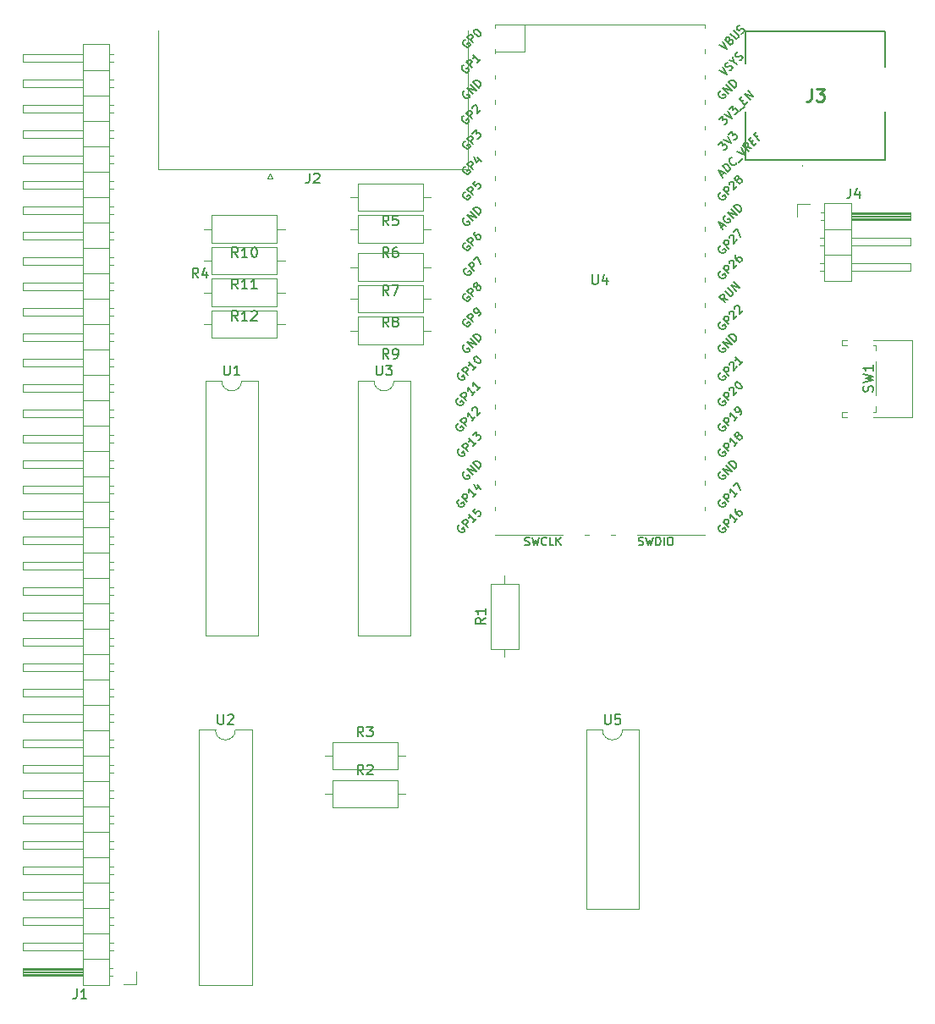
<source format=gbr>
%TF.GenerationSoftware,KiCad,Pcbnew,6.0.2+dfsg-1*%
%TF.CreationDate,2024-07-15T20:40:18+02:00*%
%TF.ProjectId,GDPico64,47445069-636f-4363-942e-6b696361645f,rev?*%
%TF.SameCoordinates,Original*%
%TF.FileFunction,Legend,Top*%
%TF.FilePolarity,Positive*%
%FSLAX46Y46*%
G04 Gerber Fmt 4.6, Leading zero omitted, Abs format (unit mm)*
G04 Created by KiCad (PCBNEW 6.0.2+dfsg-1) date 2024-07-15 20:40:18*
%MOMM*%
%LPD*%
G01*
G04 APERTURE LIST*
%ADD10C,0.150000*%
%ADD11C,0.254000*%
%ADD12C,0.120000*%
%ADD13C,0.200000*%
%ADD14C,0.100000*%
G04 APERTURE END LIST*
D10*
%TO.C,R5*%
X88733333Y-54257380D02*
X88400000Y-53781190D01*
X88161904Y-54257380D02*
X88161904Y-53257380D01*
X88542857Y-53257380D01*
X88638095Y-53305000D01*
X88685714Y-53352619D01*
X88733333Y-53447857D01*
X88733333Y-53590714D01*
X88685714Y-53685952D01*
X88638095Y-53733571D01*
X88542857Y-53781190D01*
X88161904Y-53781190D01*
X89638095Y-53257380D02*
X89161904Y-53257380D01*
X89114285Y-53733571D01*
X89161904Y-53685952D01*
X89257142Y-53638333D01*
X89495238Y-53638333D01*
X89590476Y-53685952D01*
X89638095Y-53733571D01*
X89685714Y-53828809D01*
X89685714Y-54066904D01*
X89638095Y-54162142D01*
X89590476Y-54209761D01*
X89495238Y-54257380D01*
X89257142Y-54257380D01*
X89161904Y-54209761D01*
X89114285Y-54162142D01*
%TO.C,R2*%
X86193333Y-109207380D02*
X85860000Y-108731190D01*
X85621904Y-109207380D02*
X85621904Y-108207380D01*
X86002857Y-108207380D01*
X86098095Y-108255000D01*
X86145714Y-108302619D01*
X86193333Y-108397857D01*
X86193333Y-108540714D01*
X86145714Y-108635952D01*
X86098095Y-108683571D01*
X86002857Y-108731190D01*
X85621904Y-108731190D01*
X86574285Y-108302619D02*
X86621904Y-108255000D01*
X86717142Y-108207380D01*
X86955238Y-108207380D01*
X87050476Y-108255000D01*
X87098095Y-108302619D01*
X87145714Y-108397857D01*
X87145714Y-108493095D01*
X87098095Y-108635952D01*
X86526666Y-109207380D01*
X87145714Y-109207380D01*
%TO.C,R7*%
X88733333Y-61242380D02*
X88400000Y-60766190D01*
X88161904Y-61242380D02*
X88161904Y-60242380D01*
X88542857Y-60242380D01*
X88638095Y-60290000D01*
X88685714Y-60337619D01*
X88733333Y-60432857D01*
X88733333Y-60575714D01*
X88685714Y-60670952D01*
X88638095Y-60718571D01*
X88542857Y-60766190D01*
X88161904Y-60766190D01*
X89066666Y-60242380D02*
X89733333Y-60242380D01*
X89304761Y-61242380D01*
%TO.C,R3*%
X86193333Y-105397380D02*
X85860000Y-104921190D01*
X85621904Y-105397380D02*
X85621904Y-104397380D01*
X86002857Y-104397380D01*
X86098095Y-104445000D01*
X86145714Y-104492619D01*
X86193333Y-104587857D01*
X86193333Y-104730714D01*
X86145714Y-104825952D01*
X86098095Y-104873571D01*
X86002857Y-104921190D01*
X85621904Y-104921190D01*
X86526666Y-104397380D02*
X87145714Y-104397380D01*
X86812380Y-104778333D01*
X86955238Y-104778333D01*
X87050476Y-104825952D01*
X87098095Y-104873571D01*
X87145714Y-104968809D01*
X87145714Y-105206904D01*
X87098095Y-105302142D01*
X87050476Y-105349761D01*
X86955238Y-105397380D01*
X86669523Y-105397380D01*
X86574285Y-105349761D01*
X86526666Y-105302142D01*
%TO.C,J1*%
X57511666Y-130627380D02*
X57511666Y-131341666D01*
X57464047Y-131484523D01*
X57368809Y-131579761D01*
X57225952Y-131627380D01*
X57130714Y-131627380D01*
X58511666Y-131627380D02*
X57940238Y-131627380D01*
X58225952Y-131627380D02*
X58225952Y-130627380D01*
X58130714Y-130770238D01*
X58035476Y-130865476D01*
X57940238Y-130913095D01*
%TO.C,R10*%
X73652142Y-57432380D02*
X73318809Y-56956190D01*
X73080714Y-57432380D02*
X73080714Y-56432380D01*
X73461666Y-56432380D01*
X73556904Y-56480000D01*
X73604523Y-56527619D01*
X73652142Y-56622857D01*
X73652142Y-56765714D01*
X73604523Y-56860952D01*
X73556904Y-56908571D01*
X73461666Y-56956190D01*
X73080714Y-56956190D01*
X74604523Y-57432380D02*
X74033095Y-57432380D01*
X74318809Y-57432380D02*
X74318809Y-56432380D01*
X74223571Y-56575238D01*
X74128333Y-56670476D01*
X74033095Y-56718095D01*
X75223571Y-56432380D02*
X75318809Y-56432380D01*
X75414047Y-56480000D01*
X75461666Y-56527619D01*
X75509285Y-56622857D01*
X75556904Y-56813333D01*
X75556904Y-57051428D01*
X75509285Y-57241904D01*
X75461666Y-57337142D01*
X75414047Y-57384761D01*
X75318809Y-57432380D01*
X75223571Y-57432380D01*
X75128333Y-57384761D01*
X75080714Y-57337142D01*
X75033095Y-57241904D01*
X74985476Y-57051428D01*
X74985476Y-56813333D01*
X75033095Y-56622857D01*
X75080714Y-56527619D01*
X75128333Y-56480000D01*
X75223571Y-56432380D01*
%TO.C,J2*%
X80816666Y-49022380D02*
X80816666Y-49736666D01*
X80769047Y-49879523D01*
X80673809Y-49974761D01*
X80530952Y-50022380D01*
X80435714Y-50022380D01*
X81245238Y-49117619D02*
X81292857Y-49070000D01*
X81388095Y-49022380D01*
X81626190Y-49022380D01*
X81721428Y-49070000D01*
X81769047Y-49117619D01*
X81816666Y-49212857D01*
X81816666Y-49308095D01*
X81769047Y-49450952D01*
X81197619Y-50022380D01*
X81816666Y-50022380D01*
%TO.C,SW1*%
X137154761Y-70893333D02*
X137202380Y-70750476D01*
X137202380Y-70512380D01*
X137154761Y-70417142D01*
X137107142Y-70369523D01*
X137011904Y-70321904D01*
X136916666Y-70321904D01*
X136821428Y-70369523D01*
X136773809Y-70417142D01*
X136726190Y-70512380D01*
X136678571Y-70702857D01*
X136630952Y-70798095D01*
X136583333Y-70845714D01*
X136488095Y-70893333D01*
X136392857Y-70893333D01*
X136297619Y-70845714D01*
X136250000Y-70798095D01*
X136202380Y-70702857D01*
X136202380Y-70464761D01*
X136250000Y-70321904D01*
X136202380Y-69988571D02*
X137202380Y-69750476D01*
X136488095Y-69560000D01*
X137202380Y-69369523D01*
X136202380Y-69131428D01*
X137202380Y-68226666D02*
X137202380Y-68798095D01*
X137202380Y-68512380D02*
X136202380Y-68512380D01*
X136345238Y-68607619D01*
X136440476Y-68702857D01*
X136488095Y-68798095D01*
%TO.C,R11*%
X73652142Y-60607380D02*
X73318809Y-60131190D01*
X73080714Y-60607380D02*
X73080714Y-59607380D01*
X73461666Y-59607380D01*
X73556904Y-59655000D01*
X73604523Y-59702619D01*
X73652142Y-59797857D01*
X73652142Y-59940714D01*
X73604523Y-60035952D01*
X73556904Y-60083571D01*
X73461666Y-60131190D01*
X73080714Y-60131190D01*
X74604523Y-60607380D02*
X74033095Y-60607380D01*
X74318809Y-60607380D02*
X74318809Y-59607380D01*
X74223571Y-59750238D01*
X74128333Y-59845476D01*
X74033095Y-59893095D01*
X75556904Y-60607380D02*
X74985476Y-60607380D01*
X75271190Y-60607380D02*
X75271190Y-59607380D01*
X75175952Y-59750238D01*
X75080714Y-59845476D01*
X74985476Y-59893095D01*
%TO.C,U1*%
X72263095Y-68242380D02*
X72263095Y-69051904D01*
X72310714Y-69147142D01*
X72358333Y-69194761D01*
X72453571Y-69242380D01*
X72644047Y-69242380D01*
X72739285Y-69194761D01*
X72786904Y-69147142D01*
X72834523Y-69051904D01*
X72834523Y-68242380D01*
X73834523Y-69242380D02*
X73263095Y-69242380D01*
X73548809Y-69242380D02*
X73548809Y-68242380D01*
X73453571Y-68385238D01*
X73358333Y-68480476D01*
X73263095Y-68528095D01*
%TO.C,U2*%
X71628095Y-103167380D02*
X71628095Y-103976904D01*
X71675714Y-104072142D01*
X71723333Y-104119761D01*
X71818571Y-104167380D01*
X72009047Y-104167380D01*
X72104285Y-104119761D01*
X72151904Y-104072142D01*
X72199523Y-103976904D01*
X72199523Y-103167380D01*
X72628095Y-103262619D02*
X72675714Y-103215000D01*
X72770952Y-103167380D01*
X73009047Y-103167380D01*
X73104285Y-103215000D01*
X73151904Y-103262619D01*
X73199523Y-103357857D01*
X73199523Y-103453095D01*
X73151904Y-103595952D01*
X72580476Y-104167380D01*
X73199523Y-104167380D01*
%TO.C,R1*%
X98412380Y-93511666D02*
X97936190Y-93845000D01*
X98412380Y-94083095D02*
X97412380Y-94083095D01*
X97412380Y-93702142D01*
X97460000Y-93606904D01*
X97507619Y-93559285D01*
X97602857Y-93511666D01*
X97745714Y-93511666D01*
X97840952Y-93559285D01*
X97888571Y-93606904D01*
X97936190Y-93702142D01*
X97936190Y-94083095D01*
X98412380Y-92559285D02*
X98412380Y-93130714D01*
X98412380Y-92845000D02*
X97412380Y-92845000D01*
X97555238Y-92940238D01*
X97650476Y-93035476D01*
X97698095Y-93130714D01*
%TO.C,R6*%
X88733333Y-57432380D02*
X88400000Y-56956190D01*
X88161904Y-57432380D02*
X88161904Y-56432380D01*
X88542857Y-56432380D01*
X88638095Y-56480000D01*
X88685714Y-56527619D01*
X88733333Y-56622857D01*
X88733333Y-56765714D01*
X88685714Y-56860952D01*
X88638095Y-56908571D01*
X88542857Y-56956190D01*
X88161904Y-56956190D01*
X89590476Y-56432380D02*
X89400000Y-56432380D01*
X89304761Y-56480000D01*
X89257142Y-56527619D01*
X89161904Y-56670476D01*
X89114285Y-56860952D01*
X89114285Y-57241904D01*
X89161904Y-57337142D01*
X89209523Y-57384761D01*
X89304761Y-57432380D01*
X89495238Y-57432380D01*
X89590476Y-57384761D01*
X89638095Y-57337142D01*
X89685714Y-57241904D01*
X89685714Y-57003809D01*
X89638095Y-56908571D01*
X89590476Y-56860952D01*
X89495238Y-56813333D01*
X89304761Y-56813333D01*
X89209523Y-56860952D01*
X89161904Y-56908571D01*
X89114285Y-57003809D01*
%TO.C,R9*%
X88733333Y-67592380D02*
X88400000Y-67116190D01*
X88161904Y-67592380D02*
X88161904Y-66592380D01*
X88542857Y-66592380D01*
X88638095Y-66640000D01*
X88685714Y-66687619D01*
X88733333Y-66782857D01*
X88733333Y-66925714D01*
X88685714Y-67020952D01*
X88638095Y-67068571D01*
X88542857Y-67116190D01*
X88161904Y-67116190D01*
X89209523Y-67592380D02*
X89400000Y-67592380D01*
X89495238Y-67544761D01*
X89542857Y-67497142D01*
X89638095Y-67354285D01*
X89685714Y-67163809D01*
X89685714Y-66782857D01*
X89638095Y-66687619D01*
X89590476Y-66640000D01*
X89495238Y-66592380D01*
X89304761Y-66592380D01*
X89209523Y-66640000D01*
X89161904Y-66687619D01*
X89114285Y-66782857D01*
X89114285Y-67020952D01*
X89161904Y-67116190D01*
X89209523Y-67163809D01*
X89304761Y-67211428D01*
X89495238Y-67211428D01*
X89590476Y-67163809D01*
X89638095Y-67116190D01*
X89685714Y-67020952D01*
%TO.C,R4*%
X69683333Y-59507380D02*
X69350000Y-59031190D01*
X69111904Y-59507380D02*
X69111904Y-58507380D01*
X69492857Y-58507380D01*
X69588095Y-58555000D01*
X69635714Y-58602619D01*
X69683333Y-58697857D01*
X69683333Y-58840714D01*
X69635714Y-58935952D01*
X69588095Y-58983571D01*
X69492857Y-59031190D01*
X69111904Y-59031190D01*
X70540476Y-58840714D02*
X70540476Y-59507380D01*
X70302380Y-58459761D02*
X70064285Y-59174047D01*
X70683333Y-59174047D01*
%TO.C,R8*%
X88733333Y-64417380D02*
X88400000Y-63941190D01*
X88161904Y-64417380D02*
X88161904Y-63417380D01*
X88542857Y-63417380D01*
X88638095Y-63465000D01*
X88685714Y-63512619D01*
X88733333Y-63607857D01*
X88733333Y-63750714D01*
X88685714Y-63845952D01*
X88638095Y-63893571D01*
X88542857Y-63941190D01*
X88161904Y-63941190D01*
X89304761Y-63845952D02*
X89209523Y-63798333D01*
X89161904Y-63750714D01*
X89114285Y-63655476D01*
X89114285Y-63607857D01*
X89161904Y-63512619D01*
X89209523Y-63465000D01*
X89304761Y-63417380D01*
X89495238Y-63417380D01*
X89590476Y-63465000D01*
X89638095Y-63512619D01*
X89685714Y-63607857D01*
X89685714Y-63655476D01*
X89638095Y-63750714D01*
X89590476Y-63798333D01*
X89495238Y-63845952D01*
X89304761Y-63845952D01*
X89209523Y-63893571D01*
X89161904Y-63941190D01*
X89114285Y-64036428D01*
X89114285Y-64226904D01*
X89161904Y-64322142D01*
X89209523Y-64369761D01*
X89304761Y-64417380D01*
X89495238Y-64417380D01*
X89590476Y-64369761D01*
X89638095Y-64322142D01*
X89685714Y-64226904D01*
X89685714Y-64036428D01*
X89638095Y-63941190D01*
X89590476Y-63893571D01*
X89495238Y-63845952D01*
%TO.C,U5*%
X110363095Y-103167380D02*
X110363095Y-103976904D01*
X110410714Y-104072142D01*
X110458333Y-104119761D01*
X110553571Y-104167380D01*
X110744047Y-104167380D01*
X110839285Y-104119761D01*
X110886904Y-104072142D01*
X110934523Y-103976904D01*
X110934523Y-103167380D01*
X111886904Y-103167380D02*
X111410714Y-103167380D01*
X111363095Y-103643571D01*
X111410714Y-103595952D01*
X111505952Y-103548333D01*
X111744047Y-103548333D01*
X111839285Y-103595952D01*
X111886904Y-103643571D01*
X111934523Y-103738809D01*
X111934523Y-103976904D01*
X111886904Y-104072142D01*
X111839285Y-104119761D01*
X111744047Y-104167380D01*
X111505952Y-104167380D01*
X111410714Y-104119761D01*
X111363095Y-104072142D01*
D11*
%TO.C,J3*%
X131021666Y-40579523D02*
X131021666Y-41486666D01*
X130961190Y-41668095D01*
X130840238Y-41789047D01*
X130658809Y-41849523D01*
X130537857Y-41849523D01*
X131505476Y-40579523D02*
X132291666Y-40579523D01*
X131868333Y-41063333D01*
X132049761Y-41063333D01*
X132170714Y-41123809D01*
X132231190Y-41184285D01*
X132291666Y-41305238D01*
X132291666Y-41607619D01*
X132231190Y-41728571D01*
X132170714Y-41789047D01*
X132049761Y-41849523D01*
X131686904Y-41849523D01*
X131565952Y-41789047D01*
X131505476Y-41728571D01*
D10*
%TO.C,R12*%
X73652142Y-63782380D02*
X73318809Y-63306190D01*
X73080714Y-63782380D02*
X73080714Y-62782380D01*
X73461666Y-62782380D01*
X73556904Y-62830000D01*
X73604523Y-62877619D01*
X73652142Y-62972857D01*
X73652142Y-63115714D01*
X73604523Y-63210952D01*
X73556904Y-63258571D01*
X73461666Y-63306190D01*
X73080714Y-63306190D01*
X74604523Y-63782380D02*
X74033095Y-63782380D01*
X74318809Y-63782380D02*
X74318809Y-62782380D01*
X74223571Y-62925238D01*
X74128333Y-63020476D01*
X74033095Y-63068095D01*
X74985476Y-62877619D02*
X75033095Y-62830000D01*
X75128333Y-62782380D01*
X75366428Y-62782380D01*
X75461666Y-62830000D01*
X75509285Y-62877619D01*
X75556904Y-62972857D01*
X75556904Y-63068095D01*
X75509285Y-63210952D01*
X74937857Y-63782380D01*
X75556904Y-63782380D01*
%TO.C,U3*%
X87503095Y-68242380D02*
X87503095Y-69051904D01*
X87550714Y-69147142D01*
X87598333Y-69194761D01*
X87693571Y-69242380D01*
X87884047Y-69242380D01*
X87979285Y-69194761D01*
X88026904Y-69147142D01*
X88074523Y-69051904D01*
X88074523Y-68242380D01*
X88455476Y-68242380D02*
X89074523Y-68242380D01*
X88741190Y-68623333D01*
X88884047Y-68623333D01*
X88979285Y-68670952D01*
X89026904Y-68718571D01*
X89074523Y-68813809D01*
X89074523Y-69051904D01*
X89026904Y-69147142D01*
X88979285Y-69194761D01*
X88884047Y-69242380D01*
X88598333Y-69242380D01*
X88503095Y-69194761D01*
X88455476Y-69147142D01*
%TO.C,J4*%
X134931666Y-50537380D02*
X134931666Y-51251666D01*
X134884047Y-51394523D01*
X134788809Y-51489761D01*
X134645952Y-51537380D01*
X134550714Y-51537380D01*
X135836428Y-50870714D02*
X135836428Y-51537380D01*
X135598333Y-50489761D02*
X135360238Y-51204047D01*
X135979285Y-51204047D01*
%TO.C,U4*%
X109093095Y-59142380D02*
X109093095Y-59951904D01*
X109140714Y-60047142D01*
X109188333Y-60094761D01*
X109283571Y-60142380D01*
X109474047Y-60142380D01*
X109569285Y-60094761D01*
X109616904Y-60047142D01*
X109664523Y-59951904D01*
X109664523Y-59142380D01*
X110569285Y-59475714D02*
X110569285Y-60142380D01*
X110331190Y-59094761D02*
X110093095Y-59809047D01*
X110712142Y-59809047D01*
X121941158Y-66188155D02*
X121860346Y-66215093D01*
X121779534Y-66295905D01*
X121725659Y-66403654D01*
X121725659Y-66511404D01*
X121752597Y-66592216D01*
X121833409Y-66726903D01*
X121914221Y-66807715D01*
X122048908Y-66888528D01*
X122129720Y-66915465D01*
X122237470Y-66915465D01*
X122345219Y-66861590D01*
X122399094Y-66807715D01*
X122452969Y-66699966D01*
X122452969Y-66646091D01*
X122264407Y-66457529D01*
X122156658Y-66565279D01*
X122749280Y-66457529D02*
X122183595Y-65891844D01*
X123072529Y-66134280D01*
X122506844Y-65568595D01*
X123341903Y-65864906D02*
X122776218Y-65299221D01*
X122910905Y-65164534D01*
X123018654Y-65110659D01*
X123126404Y-65110659D01*
X123207216Y-65137597D01*
X123341903Y-65218409D01*
X123422715Y-65299221D01*
X123503528Y-65433908D01*
X123530465Y-65514720D01*
X123530465Y-65622470D01*
X123476590Y-65730219D01*
X123341903Y-65864906D01*
X96341158Y-53488155D02*
X96260346Y-53515093D01*
X96179534Y-53595905D01*
X96125659Y-53703654D01*
X96125659Y-53811404D01*
X96152597Y-53892216D01*
X96233409Y-54026903D01*
X96314221Y-54107715D01*
X96448908Y-54188528D01*
X96529720Y-54215465D01*
X96637470Y-54215465D01*
X96745219Y-54161590D01*
X96799094Y-54107715D01*
X96852969Y-53999966D01*
X96852969Y-53946091D01*
X96664407Y-53757529D01*
X96556658Y-53865279D01*
X97149280Y-53757529D02*
X96583595Y-53191844D01*
X97472529Y-53434280D01*
X96906844Y-52868595D01*
X97741903Y-53164906D02*
X97176218Y-52599221D01*
X97310905Y-52464534D01*
X97418654Y-52410659D01*
X97526404Y-52410659D01*
X97607216Y-52437597D01*
X97741903Y-52518409D01*
X97822715Y-52599221D01*
X97903528Y-52733908D01*
X97930465Y-52814720D01*
X97930465Y-52922470D01*
X97876590Y-53030219D01*
X97741903Y-53164906D01*
X95844722Y-68970592D02*
X95763910Y-68997529D01*
X95683097Y-69078341D01*
X95629223Y-69186091D01*
X95629223Y-69293841D01*
X95656160Y-69374653D01*
X95736972Y-69509340D01*
X95817784Y-69590152D01*
X95952471Y-69670964D01*
X96033284Y-69697902D01*
X96141033Y-69697902D01*
X96248783Y-69644027D01*
X96302658Y-69590152D01*
X96356532Y-69482402D01*
X96356532Y-69428528D01*
X96167971Y-69239966D01*
X96060221Y-69347715D01*
X96652844Y-69239966D02*
X96087158Y-68674280D01*
X96302658Y-68458781D01*
X96383470Y-68431844D01*
X96437345Y-68431844D01*
X96518157Y-68458781D01*
X96598969Y-68539593D01*
X96625906Y-68620406D01*
X96625906Y-68674280D01*
X96598969Y-68755093D01*
X96383470Y-68970592D01*
X97514841Y-68377969D02*
X97191592Y-68701218D01*
X97353216Y-68539593D02*
X96787531Y-67973908D01*
X96814468Y-68108595D01*
X96814468Y-68216345D01*
X96787531Y-68297157D01*
X97299341Y-67462097D02*
X97353216Y-67408223D01*
X97434028Y-67381285D01*
X97487903Y-67381285D01*
X97568715Y-67408223D01*
X97703402Y-67489035D01*
X97838089Y-67623722D01*
X97918902Y-67758409D01*
X97945839Y-67839221D01*
X97945839Y-67893096D01*
X97918902Y-67973908D01*
X97865027Y-68027783D01*
X97784215Y-68054720D01*
X97730340Y-68054720D01*
X97649528Y-68027783D01*
X97514841Y-67946971D01*
X97380154Y-67812284D01*
X97299341Y-67677597D01*
X97272404Y-67596784D01*
X97272404Y-67542910D01*
X97299341Y-67462097D01*
X121744847Y-46180592D02*
X122095033Y-45830406D01*
X122121971Y-46234467D01*
X122202783Y-46153654D01*
X122283595Y-46126717D01*
X122337470Y-46126717D01*
X122418282Y-46153654D01*
X122552969Y-46288341D01*
X122579906Y-46369154D01*
X122579906Y-46423028D01*
X122552969Y-46503841D01*
X122391345Y-46665465D01*
X122310532Y-46692402D01*
X122256658Y-46692402D01*
X122256658Y-45668781D02*
X123010905Y-46045905D01*
X122633781Y-45291658D01*
X122768468Y-45156971D02*
X123118654Y-44806784D01*
X123145592Y-45210845D01*
X123226404Y-45130033D01*
X123307216Y-45103096D01*
X123361091Y-45103096D01*
X123441903Y-45130033D01*
X123576590Y-45264720D01*
X123603528Y-45345532D01*
X123603528Y-45399407D01*
X123576590Y-45480219D01*
X123414966Y-45641844D01*
X123334154Y-45668781D01*
X123280279Y-45668781D01*
X95698722Y-71510592D02*
X95617910Y-71537529D01*
X95537097Y-71618341D01*
X95483223Y-71726091D01*
X95483223Y-71833841D01*
X95510160Y-71914653D01*
X95590972Y-72049340D01*
X95671784Y-72130152D01*
X95806471Y-72210964D01*
X95887284Y-72237902D01*
X95995033Y-72237902D01*
X96102783Y-72184027D01*
X96156658Y-72130152D01*
X96210532Y-72022402D01*
X96210532Y-71968528D01*
X96021971Y-71779966D01*
X95914221Y-71887715D01*
X96506844Y-71779966D02*
X95941158Y-71214280D01*
X96156658Y-70998781D01*
X96237470Y-70971844D01*
X96291345Y-70971844D01*
X96372157Y-70998781D01*
X96452969Y-71079593D01*
X96479906Y-71160406D01*
X96479906Y-71214280D01*
X96452969Y-71295093D01*
X96237470Y-71510592D01*
X97368841Y-70917969D02*
X97045592Y-71241218D01*
X97207216Y-71079593D02*
X96641531Y-70513908D01*
X96668468Y-70648595D01*
X96668468Y-70756345D01*
X96641531Y-70837157D01*
X97907589Y-70379221D02*
X97584340Y-70702470D01*
X97745964Y-70540845D02*
X97180279Y-69975160D01*
X97207216Y-70109847D01*
X97207216Y-70217597D01*
X97180279Y-70298409D01*
X96341158Y-40788155D02*
X96260346Y-40815093D01*
X96179534Y-40895905D01*
X96125659Y-41003654D01*
X96125659Y-41111404D01*
X96152597Y-41192216D01*
X96233409Y-41326903D01*
X96314221Y-41407715D01*
X96448908Y-41488528D01*
X96529720Y-41515465D01*
X96637470Y-41515465D01*
X96745219Y-41461590D01*
X96799094Y-41407715D01*
X96852969Y-41299966D01*
X96852969Y-41246091D01*
X96664407Y-41057529D01*
X96556658Y-41165279D01*
X97149280Y-41057529D02*
X96583595Y-40491844D01*
X97472529Y-40734280D01*
X96906844Y-40168595D01*
X97741903Y-40464906D02*
X97176218Y-39899221D01*
X97310905Y-39764534D01*
X97418654Y-39710659D01*
X97526404Y-39710659D01*
X97607216Y-39737597D01*
X97741903Y-39818409D01*
X97822715Y-39899221D01*
X97903528Y-40033908D01*
X97930465Y-40114720D01*
X97930465Y-40222470D01*
X97876590Y-40330219D01*
X97741903Y-40464906D01*
X121941158Y-78888155D02*
X121860346Y-78915093D01*
X121779534Y-78995905D01*
X121725659Y-79103654D01*
X121725659Y-79211404D01*
X121752597Y-79292216D01*
X121833409Y-79426903D01*
X121914221Y-79507715D01*
X122048908Y-79588528D01*
X122129720Y-79615465D01*
X122237470Y-79615465D01*
X122345219Y-79561590D01*
X122399094Y-79507715D01*
X122452969Y-79399966D01*
X122452969Y-79346091D01*
X122264407Y-79157529D01*
X122156658Y-79265279D01*
X122749280Y-79157529D02*
X122183595Y-78591844D01*
X123072529Y-78834280D01*
X122506844Y-78268595D01*
X123341903Y-78564906D02*
X122776218Y-77999221D01*
X122910905Y-77864534D01*
X123018654Y-77810659D01*
X123126404Y-77810659D01*
X123207216Y-77837597D01*
X123341903Y-77918409D01*
X123422715Y-77999221D01*
X123503528Y-78133908D01*
X123530465Y-78214720D01*
X123530465Y-78322470D01*
X123476590Y-78430219D01*
X123341903Y-78564906D01*
X121952722Y-81670592D02*
X121871910Y-81697529D01*
X121791097Y-81778341D01*
X121737223Y-81886091D01*
X121737223Y-81993841D01*
X121764160Y-82074653D01*
X121844972Y-82209340D01*
X121925784Y-82290152D01*
X122060471Y-82370964D01*
X122141284Y-82397902D01*
X122249033Y-82397902D01*
X122356783Y-82344027D01*
X122410658Y-82290152D01*
X122464532Y-82182402D01*
X122464532Y-82128528D01*
X122275971Y-81939966D01*
X122168221Y-82047715D01*
X122760844Y-81939966D02*
X122195158Y-81374280D01*
X122410658Y-81158781D01*
X122491470Y-81131844D01*
X122545345Y-81131844D01*
X122626157Y-81158781D01*
X122706969Y-81239593D01*
X122733906Y-81320406D01*
X122733906Y-81374280D01*
X122706969Y-81455093D01*
X122491470Y-81670592D01*
X123622841Y-81077969D02*
X123299592Y-81401218D01*
X123461216Y-81239593D02*
X122895531Y-80673908D01*
X122922468Y-80808595D01*
X122922468Y-80916345D01*
X122895531Y-80997157D01*
X123245717Y-80323722D02*
X123622841Y-79946598D01*
X123946089Y-80754720D01*
X122006597Y-54430964D02*
X122275971Y-54161590D01*
X122114346Y-54646463D02*
X121737223Y-53892216D01*
X122491470Y-54269340D01*
X122437595Y-53245719D02*
X122356783Y-53272656D01*
X122275971Y-53353468D01*
X122222096Y-53461218D01*
X122222096Y-53568967D01*
X122249033Y-53649780D01*
X122329845Y-53784467D01*
X122410658Y-53865279D01*
X122545345Y-53946091D01*
X122626157Y-53973028D01*
X122733906Y-53973028D01*
X122841656Y-53919154D01*
X122895531Y-53865279D01*
X122949406Y-53757529D01*
X122949406Y-53703654D01*
X122760844Y-53515093D01*
X122653094Y-53622842D01*
X123245717Y-53515093D02*
X122680032Y-52949407D01*
X123568966Y-53191844D01*
X123003280Y-52626158D01*
X123838340Y-52922470D02*
X123272654Y-52356784D01*
X123407341Y-52222097D01*
X123515091Y-52168223D01*
X123622841Y-52168223D01*
X123703653Y-52195160D01*
X123838340Y-52275972D01*
X123919152Y-52356784D01*
X123999964Y-52491471D01*
X124026902Y-52572284D01*
X124026902Y-52680033D01*
X123973027Y-52787783D01*
X123838340Y-52922470D01*
X96341158Y-78888155D02*
X96260346Y-78915093D01*
X96179534Y-78995905D01*
X96125659Y-79103654D01*
X96125659Y-79211404D01*
X96152597Y-79292216D01*
X96233409Y-79426903D01*
X96314221Y-79507715D01*
X96448908Y-79588528D01*
X96529720Y-79615465D01*
X96637470Y-79615465D01*
X96745219Y-79561590D01*
X96799094Y-79507715D01*
X96852969Y-79399966D01*
X96852969Y-79346091D01*
X96664407Y-79157529D01*
X96556658Y-79265279D01*
X97149280Y-79157529D02*
X96583595Y-78591844D01*
X97472529Y-78834280D01*
X96906844Y-78268595D01*
X97741903Y-78564906D02*
X97176218Y-77999221D01*
X97310905Y-77864534D01*
X97418654Y-77810659D01*
X97526404Y-77810659D01*
X97607216Y-77837597D01*
X97741903Y-77918409D01*
X97822715Y-77999221D01*
X97903528Y-78133908D01*
X97930465Y-78214720D01*
X97930465Y-78322470D01*
X97876590Y-78430219D01*
X97741903Y-78564906D01*
X122009788Y-49223773D02*
X122279162Y-48954399D01*
X122117537Y-49439272D02*
X121740414Y-48685025D01*
X122494661Y-49062149D01*
X122683223Y-48873587D02*
X122117537Y-48307902D01*
X122252224Y-48173215D01*
X122359974Y-48119340D01*
X122467723Y-48119340D01*
X122548536Y-48146277D01*
X122683223Y-48227089D01*
X122764035Y-48307902D01*
X122844847Y-48442589D01*
X122871784Y-48523401D01*
X122871784Y-48631150D01*
X122817910Y-48738900D01*
X122683223Y-48873587D01*
X123518282Y-47930778D02*
X123518282Y-47984653D01*
X123464407Y-48092402D01*
X123410532Y-48146277D01*
X123302783Y-48200152D01*
X123195033Y-48200152D01*
X123114221Y-48173215D01*
X122979534Y-48092402D01*
X122898722Y-48011590D01*
X122817910Y-47876903D01*
X122790972Y-47796091D01*
X122790972Y-47688341D01*
X122844847Y-47580592D01*
X122898722Y-47526717D01*
X123006471Y-47472842D01*
X123060346Y-47472842D01*
X123733781Y-47930778D02*
X124164780Y-47499780D01*
X123599094Y-46826345D02*
X124353341Y-47203468D01*
X123976218Y-46449221D01*
X125053714Y-46503096D02*
X124595778Y-46422284D01*
X124730465Y-46826345D02*
X124164780Y-46260659D01*
X124380279Y-46045160D01*
X124461091Y-46018223D01*
X124514966Y-46018223D01*
X124595778Y-46045160D01*
X124676590Y-46125972D01*
X124703528Y-46206784D01*
X124703528Y-46260659D01*
X124676590Y-46341471D01*
X124461091Y-46556971D01*
X124999839Y-45964348D02*
X125188401Y-45775786D01*
X125565524Y-45991285D02*
X125296150Y-46260659D01*
X124730465Y-45694974D01*
X124999839Y-45425600D01*
X125700211Y-45263975D02*
X125511650Y-45452537D01*
X125807961Y-45748849D02*
X125242276Y-45183163D01*
X125511650Y-44913789D01*
X113759761Y-86213809D02*
X113874047Y-86251904D01*
X114064523Y-86251904D01*
X114140714Y-86213809D01*
X114178809Y-86175714D01*
X114216904Y-86099523D01*
X114216904Y-86023333D01*
X114178809Y-85947142D01*
X114140714Y-85909047D01*
X114064523Y-85870952D01*
X113912142Y-85832857D01*
X113835952Y-85794761D01*
X113797857Y-85756666D01*
X113759761Y-85680476D01*
X113759761Y-85604285D01*
X113797857Y-85528095D01*
X113835952Y-85490000D01*
X113912142Y-85451904D01*
X114102619Y-85451904D01*
X114216904Y-85490000D01*
X114483571Y-85451904D02*
X114674047Y-86251904D01*
X114826428Y-85680476D01*
X114978809Y-86251904D01*
X115169285Y-85451904D01*
X115474047Y-86251904D02*
X115474047Y-85451904D01*
X115664523Y-85451904D01*
X115778809Y-85490000D01*
X115855000Y-85566190D01*
X115893095Y-85642380D01*
X115931190Y-85794761D01*
X115931190Y-85909047D01*
X115893095Y-86061428D01*
X115855000Y-86137619D01*
X115778809Y-86213809D01*
X115664523Y-86251904D01*
X115474047Y-86251904D01*
X116274047Y-86251904D02*
X116274047Y-85451904D01*
X116807380Y-85451904D02*
X116959761Y-85451904D01*
X117035952Y-85490000D01*
X117112142Y-85566190D01*
X117150238Y-85718571D01*
X117150238Y-85985238D01*
X117112142Y-86137619D01*
X117035952Y-86213809D01*
X116959761Y-86251904D01*
X116807380Y-86251904D01*
X116731190Y-86213809D01*
X116655000Y-86137619D01*
X116616904Y-85985238D01*
X116616904Y-85718571D01*
X116655000Y-85566190D01*
X116731190Y-85490000D01*
X116807380Y-85451904D01*
X96368096Y-56001218D02*
X96287284Y-56028155D01*
X96206471Y-56108967D01*
X96152597Y-56216717D01*
X96152597Y-56324467D01*
X96179534Y-56405279D01*
X96260346Y-56539966D01*
X96341158Y-56620778D01*
X96475845Y-56701590D01*
X96556658Y-56728528D01*
X96664407Y-56728528D01*
X96772157Y-56674653D01*
X96826032Y-56620778D01*
X96879906Y-56513028D01*
X96879906Y-56459154D01*
X96691345Y-56270592D01*
X96583595Y-56378341D01*
X97176218Y-56270592D02*
X96610532Y-55704906D01*
X96826032Y-55489407D01*
X96906844Y-55462470D01*
X96960719Y-55462470D01*
X97041531Y-55489407D01*
X97122343Y-55570219D01*
X97149280Y-55651032D01*
X97149280Y-55704906D01*
X97122343Y-55785719D01*
X96906844Y-56001218D01*
X97418654Y-54896784D02*
X97310905Y-55004534D01*
X97283967Y-55085346D01*
X97283967Y-55139221D01*
X97310905Y-55273908D01*
X97391717Y-55408595D01*
X97607216Y-55624094D01*
X97688028Y-55651032D01*
X97741903Y-55651032D01*
X97822715Y-55624094D01*
X97930465Y-55516345D01*
X97957402Y-55435532D01*
X97957402Y-55381658D01*
X97930465Y-55300845D01*
X97795778Y-55166158D01*
X97714966Y-55139221D01*
X97661091Y-55139221D01*
X97580279Y-55166158D01*
X97472529Y-55273908D01*
X97445592Y-55354720D01*
X97445592Y-55408595D01*
X97472529Y-55489407D01*
X95698722Y-74050592D02*
X95617910Y-74077529D01*
X95537097Y-74158341D01*
X95483223Y-74266091D01*
X95483223Y-74373841D01*
X95510160Y-74454653D01*
X95590972Y-74589340D01*
X95671784Y-74670152D01*
X95806471Y-74750964D01*
X95887284Y-74777902D01*
X95995033Y-74777902D01*
X96102783Y-74724027D01*
X96156658Y-74670152D01*
X96210532Y-74562402D01*
X96210532Y-74508528D01*
X96021971Y-74319966D01*
X95914221Y-74427715D01*
X96506844Y-74319966D02*
X95941158Y-73754280D01*
X96156658Y-73538781D01*
X96237470Y-73511844D01*
X96291345Y-73511844D01*
X96372157Y-73538781D01*
X96452969Y-73619593D01*
X96479906Y-73700406D01*
X96479906Y-73754280D01*
X96452969Y-73835093D01*
X96237470Y-74050592D01*
X97368841Y-73457969D02*
X97045592Y-73781218D01*
X97207216Y-73619593D02*
X96641531Y-73053908D01*
X96668468Y-73188595D01*
X96668468Y-73296345D01*
X96641531Y-73377157D01*
X97072529Y-72730659D02*
X97072529Y-72676784D01*
X97099467Y-72595972D01*
X97234154Y-72461285D01*
X97314966Y-72434348D01*
X97368841Y-72434348D01*
X97449653Y-72461285D01*
X97503528Y-72515160D01*
X97557402Y-72622910D01*
X97557402Y-73269407D01*
X97907589Y-72919221D01*
X122693375Y-61633435D02*
X122235439Y-61552622D01*
X122370126Y-61956683D02*
X121804441Y-61390998D01*
X122019940Y-61175499D01*
X122100752Y-61148561D01*
X122154627Y-61148561D01*
X122235439Y-61175499D01*
X122316251Y-61256311D01*
X122343189Y-61337123D01*
X122343189Y-61390998D01*
X122316251Y-61471810D01*
X122100752Y-61687309D01*
X122370126Y-60825312D02*
X122828062Y-61283248D01*
X122908874Y-61310186D01*
X122962749Y-61310186D01*
X123043561Y-61283248D01*
X123151311Y-61175499D01*
X123178248Y-61094687D01*
X123178248Y-61040812D01*
X123151311Y-60960000D01*
X122693375Y-60502064D01*
X123528435Y-60798375D02*
X122962749Y-60232690D01*
X123851683Y-60475126D01*
X123285998Y-59909441D01*
X121952722Y-63890592D02*
X121871910Y-63917529D01*
X121791097Y-63998341D01*
X121737223Y-64106091D01*
X121737223Y-64213841D01*
X121764160Y-64294653D01*
X121844972Y-64429340D01*
X121925784Y-64510152D01*
X122060471Y-64590964D01*
X122141284Y-64617902D01*
X122249033Y-64617902D01*
X122356783Y-64564027D01*
X122410658Y-64510152D01*
X122464532Y-64402402D01*
X122464532Y-64348528D01*
X122275971Y-64159966D01*
X122168221Y-64267715D01*
X122760844Y-64159966D02*
X122195158Y-63594280D01*
X122410658Y-63378781D01*
X122491470Y-63351844D01*
X122545345Y-63351844D01*
X122626157Y-63378781D01*
X122706969Y-63459593D01*
X122733906Y-63540406D01*
X122733906Y-63594280D01*
X122706969Y-63675093D01*
X122491470Y-63890592D01*
X122787781Y-63109407D02*
X122787781Y-63055532D01*
X122814719Y-62974720D01*
X122949406Y-62840033D01*
X123030218Y-62813096D01*
X123084093Y-62813096D01*
X123164905Y-62840033D01*
X123218780Y-62893908D01*
X123272654Y-63001658D01*
X123272654Y-63648155D01*
X123622841Y-63297969D01*
X123326529Y-62570659D02*
X123326529Y-62516784D01*
X123353467Y-62435972D01*
X123488154Y-62301285D01*
X123568966Y-62274348D01*
X123622841Y-62274348D01*
X123703653Y-62301285D01*
X123757528Y-62355160D01*
X123811402Y-62462910D01*
X123811402Y-63109407D01*
X124161589Y-62759221D01*
X121952722Y-76590592D02*
X121871910Y-76617529D01*
X121791097Y-76698341D01*
X121737223Y-76806091D01*
X121737223Y-76913841D01*
X121764160Y-76994653D01*
X121844972Y-77129340D01*
X121925784Y-77210152D01*
X122060471Y-77290964D01*
X122141284Y-77317902D01*
X122249033Y-77317902D01*
X122356783Y-77264027D01*
X122410658Y-77210152D01*
X122464532Y-77102402D01*
X122464532Y-77048528D01*
X122275971Y-76859966D01*
X122168221Y-76967715D01*
X122760844Y-76859966D02*
X122195158Y-76294280D01*
X122410658Y-76078781D01*
X122491470Y-76051844D01*
X122545345Y-76051844D01*
X122626157Y-76078781D01*
X122706969Y-76159593D01*
X122733906Y-76240406D01*
X122733906Y-76294280D01*
X122706969Y-76375093D01*
X122491470Y-76590592D01*
X123622841Y-75997969D02*
X123299592Y-76321218D01*
X123461216Y-76159593D02*
X122895531Y-75593908D01*
X122922468Y-75728595D01*
X122922468Y-75836345D01*
X122895531Y-75917157D01*
X123622841Y-75351471D02*
X123542028Y-75378409D01*
X123488154Y-75378409D01*
X123407341Y-75351471D01*
X123380404Y-75324534D01*
X123353467Y-75243722D01*
X123353467Y-75189847D01*
X123380404Y-75109035D01*
X123488154Y-75001285D01*
X123568966Y-74974348D01*
X123622841Y-74974348D01*
X123703653Y-75001285D01*
X123730590Y-75028223D01*
X123757528Y-75109035D01*
X123757528Y-75162910D01*
X123730590Y-75243722D01*
X123622841Y-75351471D01*
X123595903Y-75432284D01*
X123595903Y-75486158D01*
X123622841Y-75566971D01*
X123730590Y-75674720D01*
X123811402Y-75701658D01*
X123865277Y-75701658D01*
X123946089Y-75674720D01*
X124053839Y-75566971D01*
X124080776Y-75486158D01*
X124080776Y-75432284D01*
X124053839Y-75351471D01*
X123946089Y-75243722D01*
X123865277Y-75216784D01*
X123811402Y-75216784D01*
X123730590Y-75243722D01*
X95798722Y-81670592D02*
X95717910Y-81697529D01*
X95637097Y-81778341D01*
X95583223Y-81886091D01*
X95583223Y-81993841D01*
X95610160Y-82074653D01*
X95690972Y-82209340D01*
X95771784Y-82290152D01*
X95906471Y-82370964D01*
X95987284Y-82397902D01*
X96095033Y-82397902D01*
X96202783Y-82344027D01*
X96256658Y-82290152D01*
X96310532Y-82182402D01*
X96310532Y-82128528D01*
X96121971Y-81939966D01*
X96014221Y-82047715D01*
X96606844Y-81939966D02*
X96041158Y-81374280D01*
X96256658Y-81158781D01*
X96337470Y-81131844D01*
X96391345Y-81131844D01*
X96472157Y-81158781D01*
X96552969Y-81239593D01*
X96579906Y-81320406D01*
X96579906Y-81374280D01*
X96552969Y-81455093D01*
X96337470Y-81670592D01*
X97468841Y-81077969D02*
X97145592Y-81401218D01*
X97307216Y-81239593D02*
X96741531Y-80673908D01*
X96768468Y-80808595D01*
X96768468Y-80916345D01*
X96741531Y-80997157D01*
X97576590Y-80215972D02*
X97953714Y-80593096D01*
X97226404Y-80135160D02*
X97495778Y-80673908D01*
X97845964Y-80323722D01*
X121775473Y-38759966D02*
X122529720Y-39137089D01*
X122152597Y-38382842D01*
X122852969Y-38759966D02*
X122960719Y-38706091D01*
X123095406Y-38571404D01*
X123122343Y-38490592D01*
X123122343Y-38436717D01*
X123095406Y-38355905D01*
X123041531Y-38302030D01*
X122960719Y-38275093D01*
X122906844Y-38275093D01*
X122826032Y-38302030D01*
X122691345Y-38382842D01*
X122610532Y-38409780D01*
X122556658Y-38409780D01*
X122475845Y-38382842D01*
X122421971Y-38328967D01*
X122395033Y-38248155D01*
X122395033Y-38194280D01*
X122421971Y-38113468D01*
X122556658Y-37978781D01*
X122664407Y-37924906D01*
X123283967Y-37844094D02*
X123553341Y-38113468D01*
X122799094Y-37736345D02*
X123283967Y-37844094D01*
X123176218Y-37359221D01*
X123876590Y-37736345D02*
X123984340Y-37682470D01*
X124119027Y-37547783D01*
X124145964Y-37466971D01*
X124145964Y-37413096D01*
X124119027Y-37332284D01*
X124065152Y-37278409D01*
X123984340Y-37251471D01*
X123930465Y-37251471D01*
X123849653Y-37278409D01*
X123714966Y-37359221D01*
X123634154Y-37386158D01*
X123580279Y-37386158D01*
X123499467Y-37359221D01*
X123445592Y-37305346D01*
X123418654Y-37224534D01*
X123418654Y-37170659D01*
X123445592Y-37089847D01*
X123580279Y-36955160D01*
X123688028Y-36901285D01*
X121777131Y-43648308D02*
X122127317Y-43298122D01*
X122154255Y-43702183D01*
X122235067Y-43621370D01*
X122315879Y-43594433D01*
X122369754Y-43594433D01*
X122450566Y-43621370D01*
X122585253Y-43756057D01*
X122612190Y-43836870D01*
X122612190Y-43890744D01*
X122585253Y-43971557D01*
X122423629Y-44133181D01*
X122342816Y-44160118D01*
X122288942Y-44160118D01*
X122288942Y-43136497D02*
X123043189Y-43513621D01*
X122666065Y-42759374D01*
X122800752Y-42624687D02*
X123150938Y-42274500D01*
X123177876Y-42678561D01*
X123258688Y-42597749D01*
X123339500Y-42570812D01*
X123393375Y-42570812D01*
X123474187Y-42597749D01*
X123608874Y-42732436D01*
X123635812Y-42813248D01*
X123635812Y-42867123D01*
X123608874Y-42947935D01*
X123447250Y-43109560D01*
X123366438Y-43136497D01*
X123312563Y-43136497D01*
X123878248Y-42786311D02*
X124309247Y-42355312D01*
X124093748Y-41870439D02*
X124282309Y-41681877D01*
X124659433Y-41897377D02*
X124390059Y-42166751D01*
X123824374Y-41601065D01*
X124093748Y-41331691D01*
X124901870Y-41654940D02*
X124336184Y-41089255D01*
X125225118Y-41331691D01*
X124659433Y-40766006D01*
X121952722Y-74050592D02*
X121871910Y-74077529D01*
X121791097Y-74158341D01*
X121737223Y-74266091D01*
X121737223Y-74373841D01*
X121764160Y-74454653D01*
X121844972Y-74589340D01*
X121925784Y-74670152D01*
X122060471Y-74750964D01*
X122141284Y-74777902D01*
X122249033Y-74777902D01*
X122356783Y-74724027D01*
X122410658Y-74670152D01*
X122464532Y-74562402D01*
X122464532Y-74508528D01*
X122275971Y-74319966D01*
X122168221Y-74427715D01*
X122760844Y-74319966D02*
X122195158Y-73754280D01*
X122410658Y-73538781D01*
X122491470Y-73511844D01*
X122545345Y-73511844D01*
X122626157Y-73538781D01*
X122706969Y-73619593D01*
X122733906Y-73700406D01*
X122733906Y-73754280D01*
X122706969Y-73835093D01*
X122491470Y-74050592D01*
X123622841Y-73457969D02*
X123299592Y-73781218D01*
X123461216Y-73619593D02*
X122895531Y-73053908D01*
X122922468Y-73188595D01*
X122922468Y-73296345D01*
X122895531Y-73377157D01*
X123892215Y-73188595D02*
X123999964Y-73080845D01*
X124026902Y-73000033D01*
X124026902Y-72946158D01*
X123999964Y-72811471D01*
X123919152Y-72676784D01*
X123703653Y-72461285D01*
X123622841Y-72434348D01*
X123568966Y-72434348D01*
X123488154Y-72461285D01*
X123380404Y-72569035D01*
X123353467Y-72649847D01*
X123353467Y-72703722D01*
X123380404Y-72784534D01*
X123515091Y-72919221D01*
X123595903Y-72946158D01*
X123649778Y-72946158D01*
X123730590Y-72919221D01*
X123838340Y-72811471D01*
X123865277Y-72730659D01*
X123865277Y-72676784D01*
X123838340Y-72595972D01*
X96368096Y-63621218D02*
X96287284Y-63648155D01*
X96206471Y-63728967D01*
X96152597Y-63836717D01*
X96152597Y-63944467D01*
X96179534Y-64025279D01*
X96260346Y-64159966D01*
X96341158Y-64240778D01*
X96475845Y-64321590D01*
X96556658Y-64348528D01*
X96664407Y-64348528D01*
X96772157Y-64294653D01*
X96826032Y-64240778D01*
X96879906Y-64133028D01*
X96879906Y-64079154D01*
X96691345Y-63890592D01*
X96583595Y-63998341D01*
X97176218Y-63890592D02*
X96610532Y-63324906D01*
X96826032Y-63109407D01*
X96906844Y-63082470D01*
X96960719Y-63082470D01*
X97041531Y-63109407D01*
X97122343Y-63190219D01*
X97149280Y-63271032D01*
X97149280Y-63324906D01*
X97122343Y-63405719D01*
X96906844Y-63621218D01*
X97768841Y-63297969D02*
X97876590Y-63190219D01*
X97903528Y-63109407D01*
X97903528Y-63055532D01*
X97876590Y-62920845D01*
X97795778Y-62786158D01*
X97580279Y-62570659D01*
X97499467Y-62543722D01*
X97445592Y-62543722D01*
X97364780Y-62570659D01*
X97257030Y-62678409D01*
X97230093Y-62759221D01*
X97230093Y-62813096D01*
X97257030Y-62893908D01*
X97391717Y-63028595D01*
X97472529Y-63055532D01*
X97526404Y-63055532D01*
X97607216Y-63028595D01*
X97714966Y-62920845D01*
X97741903Y-62840033D01*
X97741903Y-62786158D01*
X97714966Y-62705346D01*
X121952722Y-84210592D02*
X121871910Y-84237529D01*
X121791097Y-84318341D01*
X121737223Y-84426091D01*
X121737223Y-84533841D01*
X121764160Y-84614653D01*
X121844972Y-84749340D01*
X121925784Y-84830152D01*
X122060471Y-84910964D01*
X122141284Y-84937902D01*
X122249033Y-84937902D01*
X122356783Y-84884027D01*
X122410658Y-84830152D01*
X122464532Y-84722402D01*
X122464532Y-84668528D01*
X122275971Y-84479966D01*
X122168221Y-84587715D01*
X122760844Y-84479966D02*
X122195158Y-83914280D01*
X122410658Y-83698781D01*
X122491470Y-83671844D01*
X122545345Y-83671844D01*
X122626157Y-83698781D01*
X122706969Y-83779593D01*
X122733906Y-83860406D01*
X122733906Y-83914280D01*
X122706969Y-83995093D01*
X122491470Y-84210592D01*
X123622841Y-83617969D02*
X123299592Y-83941218D01*
X123461216Y-83779593D02*
X122895531Y-83213908D01*
X122922468Y-83348595D01*
X122922468Y-83456345D01*
X122895531Y-83537157D01*
X123542028Y-82567410D02*
X123434279Y-82675160D01*
X123407341Y-82755972D01*
X123407341Y-82809847D01*
X123434279Y-82944534D01*
X123515091Y-83079221D01*
X123730590Y-83294720D01*
X123811402Y-83321658D01*
X123865277Y-83321658D01*
X123946089Y-83294720D01*
X124053839Y-83186971D01*
X124080776Y-83106158D01*
X124080776Y-83052284D01*
X124053839Y-82971471D01*
X123919152Y-82836784D01*
X123838340Y-82809847D01*
X123784465Y-82809847D01*
X123703653Y-82836784D01*
X123595903Y-82944534D01*
X123568966Y-83025346D01*
X123568966Y-83079221D01*
X123595903Y-83160033D01*
X95844722Y-84210592D02*
X95763910Y-84237529D01*
X95683097Y-84318341D01*
X95629223Y-84426091D01*
X95629223Y-84533841D01*
X95656160Y-84614653D01*
X95736972Y-84749340D01*
X95817784Y-84830152D01*
X95952471Y-84910964D01*
X96033284Y-84937902D01*
X96141033Y-84937902D01*
X96248783Y-84884027D01*
X96302658Y-84830152D01*
X96356532Y-84722402D01*
X96356532Y-84668528D01*
X96167971Y-84479966D01*
X96060221Y-84587715D01*
X96652844Y-84479966D02*
X96087158Y-83914280D01*
X96302658Y-83698781D01*
X96383470Y-83671844D01*
X96437345Y-83671844D01*
X96518157Y-83698781D01*
X96598969Y-83779593D01*
X96625906Y-83860406D01*
X96625906Y-83914280D01*
X96598969Y-83995093D01*
X96383470Y-84210592D01*
X97514841Y-83617969D02*
X97191592Y-83941218D01*
X97353216Y-83779593D02*
X96787531Y-83213908D01*
X96814468Y-83348595D01*
X96814468Y-83456345D01*
X96787531Y-83537157D01*
X97460966Y-82540473D02*
X97191592Y-82809847D01*
X97434028Y-83106158D01*
X97434028Y-83052284D01*
X97460966Y-82971471D01*
X97595653Y-82836784D01*
X97676465Y-82809847D01*
X97730340Y-82809847D01*
X97811152Y-82836784D01*
X97945839Y-82971471D01*
X97972776Y-83052284D01*
X97972776Y-83106158D01*
X97945839Y-83186971D01*
X97811152Y-83321658D01*
X97730340Y-83348595D01*
X97676465Y-83348595D01*
X96268096Y-38211218D02*
X96187284Y-38238155D01*
X96106471Y-38318967D01*
X96052597Y-38426717D01*
X96052597Y-38534467D01*
X96079534Y-38615279D01*
X96160346Y-38749966D01*
X96241158Y-38830778D01*
X96375845Y-38911590D01*
X96456658Y-38938528D01*
X96564407Y-38938528D01*
X96672157Y-38884653D01*
X96726032Y-38830778D01*
X96779906Y-38723028D01*
X96779906Y-38669154D01*
X96591345Y-38480592D01*
X96483595Y-38588341D01*
X97076218Y-38480592D02*
X96510532Y-37914906D01*
X96726032Y-37699407D01*
X96806844Y-37672470D01*
X96860719Y-37672470D01*
X96941531Y-37699407D01*
X97022343Y-37780219D01*
X97049280Y-37861032D01*
X97049280Y-37914906D01*
X97022343Y-37995719D01*
X96806844Y-38211218D01*
X97938215Y-37618595D02*
X97614966Y-37941844D01*
X97776590Y-37780219D02*
X97210905Y-37214534D01*
X97237842Y-37349221D01*
X97237842Y-37456971D01*
X97210905Y-37537783D01*
X96368096Y-61081218D02*
X96287284Y-61108155D01*
X96206471Y-61188967D01*
X96152597Y-61296717D01*
X96152597Y-61404467D01*
X96179534Y-61485279D01*
X96260346Y-61619966D01*
X96341158Y-61700778D01*
X96475845Y-61781590D01*
X96556658Y-61808528D01*
X96664407Y-61808528D01*
X96772157Y-61754653D01*
X96826032Y-61700778D01*
X96879906Y-61593028D01*
X96879906Y-61539154D01*
X96691345Y-61350592D01*
X96583595Y-61458341D01*
X97176218Y-61350592D02*
X96610532Y-60784906D01*
X96826032Y-60569407D01*
X96906844Y-60542470D01*
X96960719Y-60542470D01*
X97041531Y-60569407D01*
X97122343Y-60650219D01*
X97149280Y-60731032D01*
X97149280Y-60784906D01*
X97122343Y-60865719D01*
X96906844Y-61081218D01*
X97499467Y-60380845D02*
X97418654Y-60407783D01*
X97364780Y-60407783D01*
X97283967Y-60380845D01*
X97257030Y-60353908D01*
X97230093Y-60273096D01*
X97230093Y-60219221D01*
X97257030Y-60138409D01*
X97364780Y-60030659D01*
X97445592Y-60003722D01*
X97499467Y-60003722D01*
X97580279Y-60030659D01*
X97607216Y-60057597D01*
X97634154Y-60138409D01*
X97634154Y-60192284D01*
X97607216Y-60273096D01*
X97499467Y-60380845D01*
X97472529Y-60461658D01*
X97472529Y-60515532D01*
X97499467Y-60596345D01*
X97607216Y-60704094D01*
X97688028Y-60731032D01*
X97741903Y-60731032D01*
X97822715Y-60704094D01*
X97930465Y-60596345D01*
X97957402Y-60515532D01*
X97957402Y-60461658D01*
X97930465Y-60380845D01*
X97822715Y-60273096D01*
X97741903Y-60246158D01*
X97688028Y-60246158D01*
X97607216Y-60273096D01*
X96368096Y-48381218D02*
X96287284Y-48408155D01*
X96206471Y-48488967D01*
X96152597Y-48596717D01*
X96152597Y-48704467D01*
X96179534Y-48785279D01*
X96260346Y-48919966D01*
X96341158Y-49000778D01*
X96475845Y-49081590D01*
X96556658Y-49108528D01*
X96664407Y-49108528D01*
X96772157Y-49054653D01*
X96826032Y-49000778D01*
X96879906Y-48893028D01*
X96879906Y-48839154D01*
X96691345Y-48650592D01*
X96583595Y-48758341D01*
X97176218Y-48650592D02*
X96610532Y-48084906D01*
X96826032Y-47869407D01*
X96906844Y-47842470D01*
X96960719Y-47842470D01*
X97041531Y-47869407D01*
X97122343Y-47950219D01*
X97149280Y-48031032D01*
X97149280Y-48084906D01*
X97122343Y-48165719D01*
X96906844Y-48381218D01*
X97607216Y-47465346D02*
X97984340Y-47842470D01*
X97257030Y-47384534D02*
X97526404Y-47923282D01*
X97876590Y-47573096D01*
X96268096Y-43301218D02*
X96187284Y-43328155D01*
X96106471Y-43408967D01*
X96052597Y-43516717D01*
X96052597Y-43624467D01*
X96079534Y-43705279D01*
X96160346Y-43839966D01*
X96241158Y-43920778D01*
X96375845Y-44001590D01*
X96456658Y-44028528D01*
X96564407Y-44028528D01*
X96672157Y-43974653D01*
X96726032Y-43920778D01*
X96779906Y-43813028D01*
X96779906Y-43759154D01*
X96591345Y-43570592D01*
X96483595Y-43678341D01*
X97076218Y-43570592D02*
X96510532Y-43004906D01*
X96726032Y-42789407D01*
X96806844Y-42762470D01*
X96860719Y-42762470D01*
X96941531Y-42789407D01*
X97022343Y-42870219D01*
X97049280Y-42951032D01*
X97049280Y-43004906D01*
X97022343Y-43085719D01*
X96806844Y-43301218D01*
X97103155Y-42520033D02*
X97103155Y-42466158D01*
X97130093Y-42385346D01*
X97264780Y-42250659D01*
X97345592Y-42223722D01*
X97399467Y-42223722D01*
X97480279Y-42250659D01*
X97534154Y-42304534D01*
X97588028Y-42412284D01*
X97588028Y-43058781D01*
X97938215Y-42708595D01*
X121952722Y-71510592D02*
X121871910Y-71537529D01*
X121791097Y-71618341D01*
X121737223Y-71726091D01*
X121737223Y-71833841D01*
X121764160Y-71914653D01*
X121844972Y-72049340D01*
X121925784Y-72130152D01*
X122060471Y-72210964D01*
X122141284Y-72237902D01*
X122249033Y-72237902D01*
X122356783Y-72184027D01*
X122410658Y-72130152D01*
X122464532Y-72022402D01*
X122464532Y-71968528D01*
X122275971Y-71779966D01*
X122168221Y-71887715D01*
X122760844Y-71779966D02*
X122195158Y-71214280D01*
X122410658Y-70998781D01*
X122491470Y-70971844D01*
X122545345Y-70971844D01*
X122626157Y-70998781D01*
X122706969Y-71079593D01*
X122733906Y-71160406D01*
X122733906Y-71214280D01*
X122706969Y-71295093D01*
X122491470Y-71510592D01*
X122787781Y-70729407D02*
X122787781Y-70675532D01*
X122814719Y-70594720D01*
X122949406Y-70460033D01*
X123030218Y-70433096D01*
X123084093Y-70433096D01*
X123164905Y-70460033D01*
X123218780Y-70513908D01*
X123272654Y-70621658D01*
X123272654Y-71268155D01*
X123622841Y-70917969D01*
X123407341Y-70002097D02*
X123461216Y-69948223D01*
X123542028Y-69921285D01*
X123595903Y-69921285D01*
X123676715Y-69948223D01*
X123811402Y-70029035D01*
X123946089Y-70163722D01*
X124026902Y-70298409D01*
X124053839Y-70379221D01*
X124053839Y-70433096D01*
X124026902Y-70513908D01*
X123973027Y-70567783D01*
X123892215Y-70594720D01*
X123838340Y-70594720D01*
X123757528Y-70567783D01*
X123622841Y-70486971D01*
X123488154Y-70352284D01*
X123407341Y-70217597D01*
X123380404Y-70136784D01*
X123380404Y-70082910D01*
X123407341Y-70002097D01*
X96341158Y-66188155D02*
X96260346Y-66215093D01*
X96179534Y-66295905D01*
X96125659Y-66403654D01*
X96125659Y-66511404D01*
X96152597Y-66592216D01*
X96233409Y-66726903D01*
X96314221Y-66807715D01*
X96448908Y-66888528D01*
X96529720Y-66915465D01*
X96637470Y-66915465D01*
X96745219Y-66861590D01*
X96799094Y-66807715D01*
X96852969Y-66699966D01*
X96852969Y-66646091D01*
X96664407Y-66457529D01*
X96556658Y-66565279D01*
X97149280Y-66457529D02*
X96583595Y-65891844D01*
X97472529Y-66134280D01*
X96906844Y-65568595D01*
X97741903Y-65864906D02*
X97176218Y-65299221D01*
X97310905Y-65164534D01*
X97418654Y-65110659D01*
X97526404Y-65110659D01*
X97607216Y-65137597D01*
X97741903Y-65218409D01*
X97822715Y-65299221D01*
X97903528Y-65433908D01*
X97930465Y-65514720D01*
X97930465Y-65622470D01*
X97876590Y-65730219D01*
X97741903Y-65864906D01*
X121952722Y-68980592D02*
X121871910Y-69007529D01*
X121791097Y-69088341D01*
X121737223Y-69196091D01*
X121737223Y-69303841D01*
X121764160Y-69384653D01*
X121844972Y-69519340D01*
X121925784Y-69600152D01*
X122060471Y-69680964D01*
X122141284Y-69707902D01*
X122249033Y-69707902D01*
X122356783Y-69654027D01*
X122410658Y-69600152D01*
X122464532Y-69492402D01*
X122464532Y-69438528D01*
X122275971Y-69249966D01*
X122168221Y-69357715D01*
X122760844Y-69249966D02*
X122195158Y-68684280D01*
X122410658Y-68468781D01*
X122491470Y-68441844D01*
X122545345Y-68441844D01*
X122626157Y-68468781D01*
X122706969Y-68549593D01*
X122733906Y-68630406D01*
X122733906Y-68684280D01*
X122706969Y-68765093D01*
X122491470Y-68980592D01*
X122787781Y-68199407D02*
X122787781Y-68145532D01*
X122814719Y-68064720D01*
X122949406Y-67930033D01*
X123030218Y-67903096D01*
X123084093Y-67903096D01*
X123164905Y-67930033D01*
X123218780Y-67983908D01*
X123272654Y-68091658D01*
X123272654Y-68738155D01*
X123622841Y-68387969D01*
X124161589Y-67849221D02*
X123838340Y-68172470D01*
X123999964Y-68010845D02*
X123434279Y-67445160D01*
X123461216Y-67579847D01*
X123461216Y-67687597D01*
X123434279Y-67768409D01*
X102345476Y-86213809D02*
X102459761Y-86251904D01*
X102650238Y-86251904D01*
X102726428Y-86213809D01*
X102764523Y-86175714D01*
X102802619Y-86099523D01*
X102802619Y-86023333D01*
X102764523Y-85947142D01*
X102726428Y-85909047D01*
X102650238Y-85870952D01*
X102497857Y-85832857D01*
X102421666Y-85794761D01*
X102383571Y-85756666D01*
X102345476Y-85680476D01*
X102345476Y-85604285D01*
X102383571Y-85528095D01*
X102421666Y-85490000D01*
X102497857Y-85451904D01*
X102688333Y-85451904D01*
X102802619Y-85490000D01*
X103069285Y-85451904D02*
X103259761Y-86251904D01*
X103412142Y-85680476D01*
X103564523Y-86251904D01*
X103755000Y-85451904D01*
X104516904Y-86175714D02*
X104478809Y-86213809D01*
X104364523Y-86251904D01*
X104288333Y-86251904D01*
X104174047Y-86213809D01*
X104097857Y-86137619D01*
X104059761Y-86061428D01*
X104021666Y-85909047D01*
X104021666Y-85794761D01*
X104059761Y-85642380D01*
X104097857Y-85566190D01*
X104174047Y-85490000D01*
X104288333Y-85451904D01*
X104364523Y-85451904D01*
X104478809Y-85490000D01*
X104516904Y-85528095D01*
X105240714Y-86251904D02*
X104859761Y-86251904D01*
X104859761Y-85451904D01*
X105507380Y-86251904D02*
X105507380Y-85451904D01*
X105964523Y-86251904D02*
X105621666Y-85794761D01*
X105964523Y-85451904D02*
X105507380Y-85909047D01*
X96368096Y-45841218D02*
X96287284Y-45868155D01*
X96206471Y-45948967D01*
X96152597Y-46056717D01*
X96152597Y-46164467D01*
X96179534Y-46245279D01*
X96260346Y-46379966D01*
X96341158Y-46460778D01*
X96475845Y-46541590D01*
X96556658Y-46568528D01*
X96664407Y-46568528D01*
X96772157Y-46514653D01*
X96826032Y-46460778D01*
X96879906Y-46353028D01*
X96879906Y-46299154D01*
X96691345Y-46110592D01*
X96583595Y-46218341D01*
X97176218Y-46110592D02*
X96610532Y-45544906D01*
X96826032Y-45329407D01*
X96906844Y-45302470D01*
X96960719Y-45302470D01*
X97041531Y-45329407D01*
X97122343Y-45410219D01*
X97149280Y-45491032D01*
X97149280Y-45544906D01*
X97122343Y-45625719D01*
X96906844Y-45841218D01*
X97122343Y-45033096D02*
X97472529Y-44682910D01*
X97499467Y-45086971D01*
X97580279Y-45006158D01*
X97661091Y-44979221D01*
X97714966Y-44979221D01*
X97795778Y-45006158D01*
X97930465Y-45140845D01*
X97957402Y-45221658D01*
X97957402Y-45275532D01*
X97930465Y-45356345D01*
X97768841Y-45517969D01*
X97688028Y-45544906D01*
X97634154Y-45544906D01*
X96368096Y-35681218D02*
X96287284Y-35708155D01*
X96206471Y-35788967D01*
X96152597Y-35896717D01*
X96152597Y-36004467D01*
X96179534Y-36085279D01*
X96260346Y-36219966D01*
X96341158Y-36300778D01*
X96475845Y-36381590D01*
X96556658Y-36408528D01*
X96664407Y-36408528D01*
X96772157Y-36354653D01*
X96826032Y-36300778D01*
X96879906Y-36193028D01*
X96879906Y-36139154D01*
X96691345Y-35950592D01*
X96583595Y-36058341D01*
X97176218Y-35950592D02*
X96610532Y-35384906D01*
X96826032Y-35169407D01*
X96906844Y-35142470D01*
X96960719Y-35142470D01*
X97041531Y-35169407D01*
X97122343Y-35250219D01*
X97149280Y-35331032D01*
X97149280Y-35384906D01*
X97122343Y-35465719D01*
X96906844Y-35681218D01*
X97283967Y-34711471D02*
X97337842Y-34657597D01*
X97418654Y-34630659D01*
X97472529Y-34630659D01*
X97553341Y-34657597D01*
X97688028Y-34738409D01*
X97822715Y-34873096D01*
X97903528Y-35007783D01*
X97930465Y-35088595D01*
X97930465Y-35142470D01*
X97903528Y-35223282D01*
X97849653Y-35277157D01*
X97768841Y-35304094D01*
X97714966Y-35304094D01*
X97634154Y-35277157D01*
X97499467Y-35196345D01*
X97364780Y-35061658D01*
X97283967Y-34926971D01*
X97257030Y-34846158D01*
X97257030Y-34792284D01*
X97283967Y-34711471D01*
X95844722Y-76590592D02*
X95763910Y-76617529D01*
X95683097Y-76698341D01*
X95629223Y-76806091D01*
X95629223Y-76913841D01*
X95656160Y-76994653D01*
X95736972Y-77129340D01*
X95817784Y-77210152D01*
X95952471Y-77290964D01*
X96033284Y-77317902D01*
X96141033Y-77317902D01*
X96248783Y-77264027D01*
X96302658Y-77210152D01*
X96356532Y-77102402D01*
X96356532Y-77048528D01*
X96167971Y-76859966D01*
X96060221Y-76967715D01*
X96652844Y-76859966D02*
X96087158Y-76294280D01*
X96302658Y-76078781D01*
X96383470Y-76051844D01*
X96437345Y-76051844D01*
X96518157Y-76078781D01*
X96598969Y-76159593D01*
X96625906Y-76240406D01*
X96625906Y-76294280D01*
X96598969Y-76375093D01*
X96383470Y-76590592D01*
X97514841Y-75997969D02*
X97191592Y-76321218D01*
X97353216Y-76159593D02*
X96787531Y-75593908D01*
X96814468Y-75728595D01*
X96814468Y-75836345D01*
X96787531Y-75917157D01*
X97137717Y-75243722D02*
X97487903Y-74893536D01*
X97514841Y-75297597D01*
X97595653Y-75216784D01*
X97676465Y-75189847D01*
X97730340Y-75189847D01*
X97811152Y-75216784D01*
X97945839Y-75351471D01*
X97972776Y-75432284D01*
X97972776Y-75486158D01*
X97945839Y-75566971D01*
X97784215Y-75728595D01*
X97703402Y-75755532D01*
X97649528Y-75755532D01*
X121808129Y-36217309D02*
X122562377Y-36594433D01*
X122185253Y-35840186D01*
X122831751Y-35732436D02*
X122939500Y-35678561D01*
X122993375Y-35678561D01*
X123074187Y-35705499D01*
X123154999Y-35786311D01*
X123181937Y-35867123D01*
X123181937Y-35920998D01*
X123155000Y-36001810D01*
X122939500Y-36217309D01*
X122373815Y-35651624D01*
X122562377Y-35463062D01*
X122643189Y-35436125D01*
X122697064Y-35436125D01*
X122777876Y-35463062D01*
X122831751Y-35516937D01*
X122858688Y-35597749D01*
X122858688Y-35651624D01*
X122831751Y-35732436D01*
X122643189Y-35920998D01*
X122939500Y-35085938D02*
X123397436Y-35543874D01*
X123478248Y-35570812D01*
X123532123Y-35570812D01*
X123612935Y-35543874D01*
X123720685Y-35436125D01*
X123747622Y-35355312D01*
X123747622Y-35301438D01*
X123720685Y-35220625D01*
X123262749Y-34762690D01*
X124043934Y-35059001D02*
X124151683Y-35005126D01*
X124286370Y-34870439D01*
X124313308Y-34789627D01*
X124313308Y-34735752D01*
X124286370Y-34654940D01*
X124232496Y-34601065D01*
X124151683Y-34574128D01*
X124097809Y-34574128D01*
X124016996Y-34601065D01*
X123882309Y-34681877D01*
X123801497Y-34708815D01*
X123747622Y-34708815D01*
X123666810Y-34681877D01*
X123612935Y-34628003D01*
X123585998Y-34547190D01*
X123585998Y-34493316D01*
X123612935Y-34412503D01*
X123747622Y-34277816D01*
X123855372Y-34223942D01*
X96468096Y-58511218D02*
X96387284Y-58538155D01*
X96306471Y-58618967D01*
X96252597Y-58726717D01*
X96252597Y-58834467D01*
X96279534Y-58915279D01*
X96360346Y-59049966D01*
X96441158Y-59130778D01*
X96575845Y-59211590D01*
X96656658Y-59238528D01*
X96764407Y-59238528D01*
X96872157Y-59184653D01*
X96926032Y-59130778D01*
X96979906Y-59023028D01*
X96979906Y-58969154D01*
X96791345Y-58780592D01*
X96683595Y-58888341D01*
X97276218Y-58780592D02*
X96710532Y-58214906D01*
X96926032Y-57999407D01*
X97006844Y-57972470D01*
X97060719Y-57972470D01*
X97141531Y-57999407D01*
X97222343Y-58080219D01*
X97249280Y-58161032D01*
X97249280Y-58214906D01*
X97222343Y-58295719D01*
X97006844Y-58511218D01*
X97222343Y-57703096D02*
X97599467Y-57325972D01*
X97922715Y-58134094D01*
X121952722Y-58810592D02*
X121871910Y-58837529D01*
X121791097Y-58918341D01*
X121737223Y-59026091D01*
X121737223Y-59133841D01*
X121764160Y-59214653D01*
X121844972Y-59349340D01*
X121925784Y-59430152D01*
X122060471Y-59510964D01*
X122141284Y-59537902D01*
X122249033Y-59537902D01*
X122356783Y-59484027D01*
X122410658Y-59430152D01*
X122464532Y-59322402D01*
X122464532Y-59268528D01*
X122275971Y-59079966D01*
X122168221Y-59187715D01*
X122760844Y-59079966D02*
X122195158Y-58514280D01*
X122410658Y-58298781D01*
X122491470Y-58271844D01*
X122545345Y-58271844D01*
X122626157Y-58298781D01*
X122706969Y-58379593D01*
X122733906Y-58460406D01*
X122733906Y-58514280D01*
X122706969Y-58595093D01*
X122491470Y-58810592D01*
X122787781Y-58029407D02*
X122787781Y-57975532D01*
X122814719Y-57894720D01*
X122949406Y-57760033D01*
X123030218Y-57733096D01*
X123084093Y-57733096D01*
X123164905Y-57760033D01*
X123218780Y-57813908D01*
X123272654Y-57921658D01*
X123272654Y-58568155D01*
X123622841Y-58217969D01*
X123542028Y-57167410D02*
X123434279Y-57275160D01*
X123407341Y-57355972D01*
X123407341Y-57409847D01*
X123434279Y-57544534D01*
X123515091Y-57679221D01*
X123730590Y-57894720D01*
X123811402Y-57921658D01*
X123865277Y-57921658D01*
X123946089Y-57894720D01*
X124053839Y-57786971D01*
X124080776Y-57706158D01*
X124080776Y-57652284D01*
X124053839Y-57571471D01*
X123919152Y-57436784D01*
X123838340Y-57409847D01*
X123784465Y-57409847D01*
X123703653Y-57436784D01*
X123595903Y-57544534D01*
X123568966Y-57625346D01*
X123568966Y-57679221D01*
X123595903Y-57760033D01*
X96368096Y-50921218D02*
X96287284Y-50948155D01*
X96206471Y-51028967D01*
X96152597Y-51136717D01*
X96152597Y-51244467D01*
X96179534Y-51325279D01*
X96260346Y-51459966D01*
X96341158Y-51540778D01*
X96475845Y-51621590D01*
X96556658Y-51648528D01*
X96664407Y-51648528D01*
X96772157Y-51594653D01*
X96826032Y-51540778D01*
X96879906Y-51433028D01*
X96879906Y-51379154D01*
X96691345Y-51190592D01*
X96583595Y-51298341D01*
X97176218Y-51190592D02*
X96610532Y-50624906D01*
X96826032Y-50409407D01*
X96906844Y-50382470D01*
X96960719Y-50382470D01*
X97041531Y-50409407D01*
X97122343Y-50490219D01*
X97149280Y-50571032D01*
X97149280Y-50624906D01*
X97122343Y-50705719D01*
X96906844Y-50921218D01*
X97445592Y-49789847D02*
X97176218Y-50059221D01*
X97418654Y-50355532D01*
X97418654Y-50301658D01*
X97445592Y-50220845D01*
X97580279Y-50086158D01*
X97661091Y-50059221D01*
X97714966Y-50059221D01*
X97795778Y-50086158D01*
X97930465Y-50220845D01*
X97957402Y-50301658D01*
X97957402Y-50355532D01*
X97930465Y-50436345D01*
X97795778Y-50571032D01*
X97714966Y-50597969D01*
X97661091Y-50597969D01*
X121952722Y-50936592D02*
X121871910Y-50963529D01*
X121791097Y-51044341D01*
X121737223Y-51152091D01*
X121737223Y-51259841D01*
X121764160Y-51340653D01*
X121844972Y-51475340D01*
X121925784Y-51556152D01*
X122060471Y-51636964D01*
X122141284Y-51663902D01*
X122249033Y-51663902D01*
X122356783Y-51610027D01*
X122410658Y-51556152D01*
X122464532Y-51448402D01*
X122464532Y-51394528D01*
X122275971Y-51205966D01*
X122168221Y-51313715D01*
X122760844Y-51205966D02*
X122195158Y-50640280D01*
X122410658Y-50424781D01*
X122491470Y-50397844D01*
X122545345Y-50397844D01*
X122626157Y-50424781D01*
X122706969Y-50505593D01*
X122733906Y-50586406D01*
X122733906Y-50640280D01*
X122706969Y-50721093D01*
X122491470Y-50936592D01*
X122787781Y-50155407D02*
X122787781Y-50101532D01*
X122814719Y-50020720D01*
X122949406Y-49886033D01*
X123030218Y-49859096D01*
X123084093Y-49859096D01*
X123164905Y-49886033D01*
X123218780Y-49939908D01*
X123272654Y-50047658D01*
X123272654Y-50694155D01*
X123622841Y-50343969D01*
X123622841Y-49697471D02*
X123542028Y-49724409D01*
X123488154Y-49724409D01*
X123407341Y-49697471D01*
X123380404Y-49670534D01*
X123353467Y-49589722D01*
X123353467Y-49535847D01*
X123380404Y-49455035D01*
X123488154Y-49347285D01*
X123568966Y-49320348D01*
X123622841Y-49320348D01*
X123703653Y-49347285D01*
X123730590Y-49374223D01*
X123757528Y-49455035D01*
X123757528Y-49508910D01*
X123730590Y-49589722D01*
X123622841Y-49697471D01*
X123595903Y-49778284D01*
X123595903Y-49832158D01*
X123622841Y-49912971D01*
X123730590Y-50020720D01*
X123811402Y-50047658D01*
X123865277Y-50047658D01*
X123946089Y-50020720D01*
X124053839Y-49912971D01*
X124080776Y-49832158D01*
X124080776Y-49778284D01*
X124053839Y-49697471D01*
X123946089Y-49589722D01*
X123865277Y-49562784D01*
X123811402Y-49562784D01*
X123730590Y-49589722D01*
X121941158Y-40788155D02*
X121860346Y-40815093D01*
X121779534Y-40895905D01*
X121725659Y-41003654D01*
X121725659Y-41111404D01*
X121752597Y-41192216D01*
X121833409Y-41326903D01*
X121914221Y-41407715D01*
X122048908Y-41488528D01*
X122129720Y-41515465D01*
X122237470Y-41515465D01*
X122345219Y-41461590D01*
X122399094Y-41407715D01*
X122452969Y-41299966D01*
X122452969Y-41246091D01*
X122264407Y-41057529D01*
X122156658Y-41165279D01*
X122749280Y-41057529D02*
X122183595Y-40491844D01*
X123072529Y-40734280D01*
X122506844Y-40168595D01*
X123341903Y-40464906D02*
X122776218Y-39899221D01*
X122910905Y-39764534D01*
X123018654Y-39710659D01*
X123126404Y-39710659D01*
X123207216Y-39737597D01*
X123341903Y-39818409D01*
X123422715Y-39899221D01*
X123503528Y-40033908D01*
X123530465Y-40114720D01*
X123530465Y-40222470D01*
X123476590Y-40330219D01*
X123341903Y-40464906D01*
X121952722Y-56280592D02*
X121871910Y-56307529D01*
X121791097Y-56388341D01*
X121737223Y-56496091D01*
X121737223Y-56603841D01*
X121764160Y-56684653D01*
X121844972Y-56819340D01*
X121925784Y-56900152D01*
X122060471Y-56980964D01*
X122141284Y-57007902D01*
X122249033Y-57007902D01*
X122356783Y-56954027D01*
X122410658Y-56900152D01*
X122464532Y-56792402D01*
X122464532Y-56738528D01*
X122275971Y-56549966D01*
X122168221Y-56657715D01*
X122760844Y-56549966D02*
X122195158Y-55984280D01*
X122410658Y-55768781D01*
X122491470Y-55741844D01*
X122545345Y-55741844D01*
X122626157Y-55768781D01*
X122706969Y-55849593D01*
X122733906Y-55930406D01*
X122733906Y-55984280D01*
X122706969Y-56065093D01*
X122491470Y-56280592D01*
X122787781Y-55499407D02*
X122787781Y-55445532D01*
X122814719Y-55364720D01*
X122949406Y-55230033D01*
X123030218Y-55203096D01*
X123084093Y-55203096D01*
X123164905Y-55230033D01*
X123218780Y-55283908D01*
X123272654Y-55391658D01*
X123272654Y-56038155D01*
X123622841Y-55687969D01*
X123245717Y-54933722D02*
X123622841Y-54556598D01*
X123946089Y-55364720D01*
D12*
%TO.C,R5*%
X85630000Y-50065000D02*
X85630000Y-52805000D01*
X92170000Y-52805000D02*
X92170000Y-50065000D01*
X92940000Y-51435000D02*
X92170000Y-51435000D01*
X84860000Y-51435000D02*
X85630000Y-51435000D01*
X92170000Y-50065000D02*
X85630000Y-50065000D01*
X85630000Y-52805000D02*
X92170000Y-52805000D01*
%TO.C,R2*%
X89630000Y-112495000D02*
X89630000Y-109755000D01*
X90400000Y-111125000D02*
X89630000Y-111125000D01*
X89630000Y-109755000D02*
X83090000Y-109755000D01*
X83090000Y-112495000D02*
X89630000Y-112495000D01*
X82320000Y-111125000D02*
X83090000Y-111125000D01*
X83090000Y-109755000D02*
X83090000Y-112495000D01*
%TO.C,R7*%
X85630000Y-59790000D02*
X92170000Y-59790000D01*
X92940000Y-58420000D02*
X92170000Y-58420000D01*
X85630000Y-57050000D02*
X85630000Y-59790000D01*
X92170000Y-57050000D02*
X85630000Y-57050000D01*
X84860000Y-58420000D02*
X85630000Y-58420000D01*
X92170000Y-59790000D02*
X92170000Y-57050000D01*
%TO.C,R3*%
X82320000Y-107315000D02*
X83090000Y-107315000D01*
X90400000Y-107315000D02*
X89630000Y-107315000D01*
X89630000Y-108685000D02*
X89630000Y-105945000D01*
X83090000Y-108685000D02*
X89630000Y-108685000D01*
X89630000Y-105945000D02*
X83090000Y-105945000D01*
X83090000Y-105945000D02*
X83090000Y-108685000D01*
%TO.C,J1*%
X58130000Y-68325000D02*
X52130000Y-68325000D01*
X52130000Y-83565000D02*
X52130000Y-82805000D01*
X58130000Y-114045000D02*
X52130000Y-114045000D01*
X52130000Y-115825000D02*
X58130000Y-115825000D01*
X61187071Y-91185000D02*
X60790000Y-91185000D01*
X58130000Y-60705000D02*
X52130000Y-60705000D01*
X52130000Y-129285000D02*
X52130000Y-128525000D01*
X60790000Y-36135000D02*
X58130000Y-36135000D01*
X61187071Y-85345000D02*
X60790000Y-85345000D01*
X58130000Y-119125000D02*
X52130000Y-119125000D01*
X61187071Y-88645000D02*
X60790000Y-88645000D01*
X52130000Y-82805000D02*
X58130000Y-82805000D01*
X52130000Y-108205000D02*
X58130000Y-108205000D01*
X58130000Y-73405000D02*
X52130000Y-73405000D01*
X60790000Y-66675000D02*
X58130000Y-66675000D01*
X58130000Y-93725000D02*
X52130000Y-93725000D01*
X52130000Y-125985000D02*
X58130000Y-125985000D01*
X61187071Y-123445000D02*
X60790000Y-123445000D01*
X52130000Y-78485000D02*
X52130000Y-77725000D01*
X61187071Y-96265000D02*
X60790000Y-96265000D01*
X60790000Y-104775000D02*
X58130000Y-104775000D01*
X52130000Y-103885000D02*
X52130000Y-103125000D01*
X58130000Y-75945000D02*
X52130000Y-75945000D01*
X61187071Y-72645000D02*
X60790000Y-72645000D01*
X52130000Y-110745000D02*
X58130000Y-110745000D01*
X60790000Y-94615000D02*
X58130000Y-94615000D01*
X61187071Y-45465000D02*
X60790000Y-45465000D01*
X60790000Y-89535000D02*
X58130000Y-89535000D01*
X60790000Y-41275000D02*
X58130000Y-41275000D01*
X58130000Y-116585000D02*
X52130000Y-116585000D01*
X52130000Y-111505000D02*
X52130000Y-110745000D01*
X61187071Y-60705000D02*
X60790000Y-60705000D01*
X61187071Y-75945000D02*
X60790000Y-75945000D01*
X61187071Y-44705000D02*
X60790000Y-44705000D01*
X58130000Y-40385000D02*
X52130000Y-40385000D01*
X60790000Y-76835000D02*
X58130000Y-76835000D01*
X61187071Y-105665000D02*
X60790000Y-105665000D01*
X52130000Y-47245000D02*
X58130000Y-47245000D01*
X52130000Y-121665000D02*
X52130000Y-120905000D01*
X58130000Y-128745000D02*
X52130000Y-128745000D01*
X58130000Y-124205000D02*
X52130000Y-124205000D01*
X61187071Y-126745000D02*
X60790000Y-126745000D01*
X58130000Y-36135000D02*
X58130000Y-130235000D01*
X52130000Y-114045000D02*
X52130000Y-113285000D01*
X60790000Y-120015000D02*
X58130000Y-120015000D01*
X60790000Y-79375000D02*
X58130000Y-79375000D01*
X61187071Y-116585000D02*
X60790000Y-116585000D01*
X58130000Y-101345000D02*
X52130000Y-101345000D01*
X61187071Y-108965000D02*
X60790000Y-108965000D01*
X52130000Y-77725000D02*
X58130000Y-77725000D01*
X52130000Y-67565000D02*
X58130000Y-67565000D01*
X61187071Y-92965000D02*
X60790000Y-92965000D01*
X61187071Y-118365000D02*
X60790000Y-118365000D01*
X52130000Y-63245000D02*
X52130000Y-62485000D01*
X61187071Y-125985000D02*
X60790000Y-125985000D01*
X61187071Y-86105000D02*
X60790000Y-86105000D01*
X52130000Y-87885000D02*
X58130000Y-87885000D01*
X52130000Y-39625000D02*
X58130000Y-39625000D01*
X58130000Y-81025000D02*
X52130000Y-81025000D01*
X58130000Y-128625000D02*
X52130000Y-128625000D01*
X52130000Y-98045000D02*
X58130000Y-98045000D01*
X52130000Y-54865000D02*
X58130000Y-54865000D01*
X60790000Y-46355000D02*
X58130000Y-46355000D01*
X52130000Y-70865000D02*
X52130000Y-70105000D01*
X52130000Y-45465000D02*
X52130000Y-44705000D01*
X60790000Y-59055000D02*
X58130000Y-59055000D01*
X52130000Y-91185000D02*
X52130000Y-90425000D01*
X58130000Y-48005000D02*
X52130000Y-48005000D01*
X58130000Y-111505000D02*
X52130000Y-111505000D01*
X58130000Y-126745000D02*
X52130000Y-126745000D01*
X61187071Y-70865000D02*
X60790000Y-70865000D01*
X58130000Y-121665000D02*
X52130000Y-121665000D01*
X61187071Y-47245000D02*
X60790000Y-47245000D01*
X58130000Y-130235000D02*
X60790000Y-130235000D01*
X52130000Y-123445000D02*
X58130000Y-123445000D01*
X61187071Y-39625000D02*
X60790000Y-39625000D01*
X61187071Y-114045000D02*
X60790000Y-114045000D01*
X61187071Y-90425000D02*
X60790000Y-90425000D01*
X52130000Y-40385000D02*
X52130000Y-39625000D01*
X61120000Y-129285000D02*
X60790000Y-129285000D01*
X58130000Y-37845000D02*
X52130000Y-37845000D01*
X58130000Y-106425000D02*
X52130000Y-106425000D01*
X60790000Y-81915000D02*
X58130000Y-81915000D01*
X60790000Y-130235000D02*
X60790000Y-36135000D01*
X61187071Y-62485000D02*
X60790000Y-62485000D01*
X52130000Y-126745000D02*
X52130000Y-125985000D01*
X60790000Y-84455000D02*
X58130000Y-84455000D01*
X52130000Y-48005000D02*
X52130000Y-47245000D01*
X52130000Y-53085000D02*
X52130000Y-52325000D01*
X52130000Y-42165000D02*
X58130000Y-42165000D01*
X52130000Y-37845000D02*
X52130000Y-37085000D01*
X61187071Y-119125000D02*
X60790000Y-119125000D01*
X58130000Y-78485000D02*
X52130000Y-78485000D01*
X61187071Y-67565000D02*
X60790000Y-67565000D01*
X60790000Y-64135000D02*
X58130000Y-64135000D01*
X58130000Y-129285000D02*
X52130000Y-129285000D01*
X52130000Y-52325000D02*
X58130000Y-52325000D01*
X61187071Y-53085000D02*
X60790000Y-53085000D01*
X60790000Y-107315000D02*
X58130000Y-107315000D01*
X58130000Y-53085000D02*
X52130000Y-53085000D01*
X61187071Y-81025000D02*
X60790000Y-81025000D01*
X61187071Y-49785000D02*
X60790000Y-49785000D01*
X61187071Y-98045000D02*
X60790000Y-98045000D01*
X52130000Y-75945000D02*
X52130000Y-75185000D01*
X52130000Y-108965000D02*
X52130000Y-108205000D01*
X52130000Y-58165000D02*
X52130000Y-57405000D01*
X61187071Y-55625000D02*
X60790000Y-55625000D01*
X58130000Y-50545000D02*
X52130000Y-50545000D01*
X52130000Y-98805000D02*
X52130000Y-98045000D01*
X52130000Y-105665000D02*
X58130000Y-105665000D01*
X61187071Y-65025000D02*
X60790000Y-65025000D01*
X52130000Y-88645000D02*
X52130000Y-87885000D01*
X52130000Y-85345000D02*
X58130000Y-85345000D01*
X60790000Y-71755000D02*
X58130000Y-71755000D01*
X61187071Y-52325000D02*
X60790000Y-52325000D01*
X61120000Y-128525000D02*
X60790000Y-128525000D01*
X52130000Y-72645000D02*
X58130000Y-72645000D01*
X52130000Y-50545000D02*
X52130000Y-49785000D01*
X58130000Y-70865000D02*
X52130000Y-70865000D01*
X58130000Y-91185000D02*
X52130000Y-91185000D01*
X61187071Y-106425000D02*
X60790000Y-106425000D01*
X60790000Y-97155000D02*
X58130000Y-97155000D01*
X52130000Y-70105000D02*
X58130000Y-70105000D01*
X61187071Y-63245000D02*
X60790000Y-63245000D01*
X61187071Y-70105000D02*
X60790000Y-70105000D01*
X61187071Y-40385000D02*
X60790000Y-40385000D01*
X61187071Y-108205000D02*
X60790000Y-108205000D01*
X60790000Y-112395000D02*
X58130000Y-112395000D01*
X61187071Y-48005000D02*
X60790000Y-48005000D01*
X60790000Y-125095000D02*
X58130000Y-125095000D01*
X61187071Y-83565000D02*
X60790000Y-83565000D01*
X52130000Y-81025000D02*
X52130000Y-80265000D01*
X52130000Y-62485000D02*
X58130000Y-62485000D01*
X61187071Y-121665000D02*
X60790000Y-121665000D01*
X61187071Y-124205000D02*
X60790000Y-124205000D01*
X52130000Y-65785000D02*
X52130000Y-65025000D01*
X58130000Y-128865000D02*
X52130000Y-128865000D01*
X60790000Y-38735000D02*
X58130000Y-38735000D01*
X61187071Y-59945000D02*
X60790000Y-59945000D01*
X52130000Y-55625000D02*
X52130000Y-54865000D01*
X60790000Y-122555000D02*
X58130000Y-122555000D01*
X61187071Y-75185000D02*
X60790000Y-75185000D01*
X63500000Y-128905000D02*
X63500000Y-130175000D01*
X58130000Y-128985000D02*
X52130000Y-128985000D01*
X52130000Y-44705000D02*
X58130000Y-44705000D01*
X60790000Y-53975000D02*
X58130000Y-53975000D01*
X60790000Y-61595000D02*
X58130000Y-61595000D01*
X52130000Y-86105000D02*
X52130000Y-85345000D01*
X52130000Y-92965000D02*
X58130000Y-92965000D01*
X61187071Y-103885000D02*
X60790000Y-103885000D01*
X63500000Y-130175000D02*
X62230000Y-130175000D01*
X61187071Y-77725000D02*
X60790000Y-77725000D01*
X60790000Y-92075000D02*
X58130000Y-92075000D01*
X58130000Y-96265000D02*
X52130000Y-96265000D01*
X52130000Y-59945000D02*
X58130000Y-59945000D01*
X60790000Y-127635000D02*
X58130000Y-127635000D01*
X58130000Y-63245000D02*
X52130000Y-63245000D01*
X61187071Y-50545000D02*
X60790000Y-50545000D01*
X60790000Y-43815000D02*
X58130000Y-43815000D01*
X61187071Y-42925000D02*
X60790000Y-42925000D01*
X58130000Y-129105000D02*
X52130000Y-129105000D01*
X61187071Y-37845000D02*
X60790000Y-37845000D01*
X61187071Y-103125000D02*
X60790000Y-103125000D01*
X52130000Y-124205000D02*
X52130000Y-123445000D01*
X61187071Y-42165000D02*
X60790000Y-42165000D01*
X61187071Y-54865000D02*
X60790000Y-54865000D01*
X58130000Y-86105000D02*
X52130000Y-86105000D01*
X52130000Y-96265000D02*
X52130000Y-95505000D01*
X52130000Y-68325000D02*
X52130000Y-67565000D01*
X52130000Y-90425000D02*
X58130000Y-90425000D01*
X60790000Y-51435000D02*
X58130000Y-51435000D01*
X60790000Y-74295000D02*
X58130000Y-74295000D01*
X52130000Y-60705000D02*
X52130000Y-59945000D01*
X60790000Y-117475000D02*
X58130000Y-117475000D01*
X52130000Y-113285000D02*
X58130000Y-113285000D01*
X60790000Y-86995000D02*
X58130000Y-86995000D01*
X61187071Y-73405000D02*
X60790000Y-73405000D01*
X61187071Y-100585000D02*
X60790000Y-100585000D01*
X52130000Y-116585000D02*
X52130000Y-115825000D01*
X52130000Y-37085000D02*
X58130000Y-37085000D01*
X52130000Y-80265000D02*
X58130000Y-80265000D01*
X58130000Y-129225000D02*
X52130000Y-129225000D01*
X58130000Y-45465000D02*
X52130000Y-45465000D01*
X61187071Y-111505000D02*
X60790000Y-111505000D01*
X52130000Y-95505000D02*
X58130000Y-95505000D01*
X60790000Y-99695000D02*
X58130000Y-99695000D01*
X58130000Y-88645000D02*
X52130000Y-88645000D01*
X61187071Y-98805000D02*
X60790000Y-98805000D01*
X61187071Y-87885000D02*
X60790000Y-87885000D01*
X61187071Y-95505000D02*
X60790000Y-95505000D01*
X61187071Y-80265000D02*
X60790000Y-80265000D01*
X52130000Y-42925000D02*
X52130000Y-42165000D01*
X61187071Y-58165000D02*
X60790000Y-58165000D01*
X60790000Y-69215000D02*
X58130000Y-69215000D01*
X60790000Y-48895000D02*
X58130000Y-48895000D01*
X52130000Y-57405000D02*
X58130000Y-57405000D01*
X61187071Y-113285000D02*
X60790000Y-113285000D01*
X61187071Y-78485000D02*
X60790000Y-78485000D01*
X52130000Y-100585000D02*
X58130000Y-100585000D01*
X58130000Y-103885000D02*
X52130000Y-103885000D01*
X61187071Y-115825000D02*
X60790000Y-115825000D01*
X61187071Y-82805000D02*
X60790000Y-82805000D01*
X61187071Y-57405000D02*
X60790000Y-57405000D01*
X60790000Y-109855000D02*
X58130000Y-109855000D01*
X58130000Y-108965000D02*
X52130000Y-108965000D01*
X52130000Y-128525000D02*
X58130000Y-128525000D01*
X52130000Y-101345000D02*
X52130000Y-100585000D01*
X52130000Y-118365000D02*
X58130000Y-118365000D01*
X52130000Y-75185000D02*
X58130000Y-75185000D01*
X52130000Y-93725000D02*
X52130000Y-92965000D01*
X52130000Y-119125000D02*
X52130000Y-118365000D01*
X58130000Y-98805000D02*
X52130000Y-98805000D01*
X61187071Y-37085000D02*
X60790000Y-37085000D01*
X58130000Y-65785000D02*
X52130000Y-65785000D01*
X60790000Y-114935000D02*
X58130000Y-114935000D01*
X52130000Y-106425000D02*
X52130000Y-105665000D01*
X52130000Y-65025000D02*
X58130000Y-65025000D01*
X60790000Y-56515000D02*
X58130000Y-56515000D01*
X61187071Y-101345000D02*
X60790000Y-101345000D01*
X61187071Y-65785000D02*
X60790000Y-65785000D01*
X61187071Y-68325000D02*
X60790000Y-68325000D01*
X52130000Y-49785000D02*
X58130000Y-49785000D01*
X52130000Y-103125000D02*
X58130000Y-103125000D01*
X60790000Y-102235000D02*
X58130000Y-102235000D01*
X58130000Y-42925000D02*
X52130000Y-42925000D01*
X61187071Y-93725000D02*
X60790000Y-93725000D01*
X58130000Y-58165000D02*
X52130000Y-58165000D01*
X61187071Y-110745000D02*
X60790000Y-110745000D01*
X52130000Y-73405000D02*
X52130000Y-72645000D01*
X58130000Y-83565000D02*
X52130000Y-83565000D01*
X58130000Y-55625000D02*
X52130000Y-55625000D01*
X61187071Y-120905000D02*
X60790000Y-120905000D01*
X52130000Y-120905000D02*
X58130000Y-120905000D01*
%TO.C,R10*%
X71025000Y-53240000D02*
X71025000Y-55980000D01*
X70255000Y-54610000D02*
X71025000Y-54610000D01*
X77565000Y-53240000D02*
X71025000Y-53240000D01*
X71025000Y-55980000D02*
X77565000Y-55980000D01*
X78335000Y-54610000D02*
X77565000Y-54610000D01*
X77565000Y-55980000D02*
X77565000Y-53240000D01*
%TO.C,J2*%
X76835000Y-49091325D02*
X77085000Y-49524338D01*
X76585000Y-49524338D02*
X76835000Y-49091325D01*
X96635000Y-34740000D02*
X96635000Y-48630000D01*
X65665000Y-48630000D02*
X65665000Y-34740000D01*
X96635000Y-48630000D02*
X65665000Y-48630000D01*
X77085000Y-49524338D02*
X76585000Y-49524338D01*
%TO.C,SW1*%
X137460000Y-67860000D02*
X137460000Y-71260000D01*
X137460000Y-72900000D02*
X137230000Y-72900000D01*
X134120000Y-65700000D02*
X134120000Y-66220000D01*
X141130000Y-73420000D02*
X137230000Y-73420000D01*
X137460000Y-66220000D02*
X137230000Y-66220000D01*
X141130000Y-65700000D02*
X137230000Y-65700000D01*
X134120000Y-72900000D02*
X134120000Y-73420000D01*
X137460000Y-72360000D02*
X137460000Y-72900000D01*
X134630000Y-65700000D02*
X134120000Y-65700000D01*
X137460000Y-66220000D02*
X137460000Y-66760000D01*
X134630000Y-72900000D02*
X134120000Y-72900000D01*
X134630000Y-73420000D02*
X134120000Y-73420000D01*
X134630000Y-66220000D02*
X134120000Y-66220000D01*
X141130000Y-65700000D02*
X141130000Y-73420000D01*
%TO.C,R11*%
X70255000Y-57785000D02*
X71025000Y-57785000D01*
X77565000Y-59155000D02*
X77565000Y-56415000D01*
X78335000Y-57785000D02*
X77565000Y-57785000D01*
X71025000Y-59155000D02*
X77565000Y-59155000D01*
X71025000Y-56415000D02*
X71025000Y-59155000D01*
X77565000Y-56415000D02*
X71025000Y-56415000D01*
%TO.C,U1*%
X70375000Y-95310000D02*
X75675000Y-95310000D01*
X75675000Y-95310000D02*
X75675000Y-69790000D01*
X75675000Y-69790000D02*
X74025000Y-69790000D01*
X72025000Y-69790000D02*
X70375000Y-69790000D01*
X70375000Y-69790000D02*
X70375000Y-95310000D01*
X72025000Y-69790000D02*
G75*
G03*
X74025000Y-69790000I1000000J0D01*
G01*
%TO.C,U2*%
X75040000Y-104715000D02*
X73390000Y-104715000D01*
X69740000Y-130235000D02*
X75040000Y-130235000D01*
X71390000Y-104715000D02*
X69740000Y-104715000D01*
X75040000Y-130235000D02*
X75040000Y-104715000D01*
X69740000Y-104715000D02*
X69740000Y-130235000D01*
X71390000Y-104715000D02*
G75*
G03*
X73390000Y-104715000I1000000J0D01*
G01*
%TO.C,R1*%
X98960000Y-96615000D02*
X101700000Y-96615000D01*
X100330000Y-89305000D02*
X100330000Y-90075000D01*
X101700000Y-96615000D02*
X101700000Y-90075000D01*
X100330000Y-97385000D02*
X100330000Y-96615000D01*
X101700000Y-90075000D02*
X98960000Y-90075000D01*
X98960000Y-90075000D02*
X98960000Y-96615000D01*
%TO.C,R6*%
X85630000Y-53240000D02*
X85630000Y-55980000D01*
X84860000Y-54610000D02*
X85630000Y-54610000D01*
X92170000Y-55980000D02*
X92170000Y-53240000D01*
X92940000Y-54610000D02*
X92170000Y-54610000D01*
X92170000Y-53240000D02*
X85630000Y-53240000D01*
X85630000Y-55980000D02*
X92170000Y-55980000D01*
%TO.C,R9*%
X92940000Y-64770000D02*
X92170000Y-64770000D01*
X84860000Y-64770000D02*
X85630000Y-64770000D01*
X85630000Y-63400000D02*
X85630000Y-66140000D01*
X92170000Y-63400000D02*
X85630000Y-63400000D01*
X85630000Y-66140000D02*
X92170000Y-66140000D01*
X92170000Y-66140000D02*
X92170000Y-63400000D01*
%TO.C,R4*%
X78335000Y-64135000D02*
X77565000Y-64135000D01*
X77565000Y-65505000D02*
X77565000Y-62765000D01*
X71025000Y-62765000D02*
X71025000Y-65505000D01*
X71025000Y-65505000D02*
X77565000Y-65505000D01*
X77565000Y-62765000D02*
X71025000Y-62765000D01*
X70255000Y-64135000D02*
X71025000Y-64135000D01*
%TO.C,R8*%
X84860000Y-61595000D02*
X85630000Y-61595000D01*
X85630000Y-60225000D02*
X85630000Y-62965000D01*
X92170000Y-62965000D02*
X92170000Y-60225000D01*
X92170000Y-60225000D02*
X85630000Y-60225000D01*
X85630000Y-62965000D02*
X92170000Y-62965000D01*
X92940000Y-61595000D02*
X92170000Y-61595000D01*
%TO.C,U5*%
X113775000Y-122615000D02*
X113775000Y-104715000D01*
X113775000Y-104715000D02*
X112125000Y-104715000D01*
X108475000Y-122615000D02*
X113775000Y-122615000D01*
X110125000Y-104715000D02*
X108475000Y-104715000D01*
X108475000Y-104715000D02*
X108475000Y-122615000D01*
X110125000Y-104715000D02*
G75*
G03*
X112125000Y-104715000I1000000J0D01*
G01*
D13*
%TO.C,J3*%
X124445000Y-47725000D02*
X138445000Y-47725000D01*
X124445000Y-38050000D02*
X124445000Y-34825000D01*
X138445000Y-47725000D02*
X138445000Y-42887000D01*
D14*
X130145000Y-48225000D02*
X130145000Y-48225000D01*
D13*
X124445000Y-42887000D02*
X124445000Y-47725000D01*
X138445000Y-34825000D02*
X138445000Y-38372000D01*
D14*
X130145000Y-48325000D02*
X130145000Y-48325000D01*
D13*
X124445000Y-34825000D02*
X138445000Y-34825000D01*
D14*
X130145000Y-48325000D02*
G75*
G03*
X130145000Y-48225000I0J50000D01*
G01*
X130145000Y-48225000D02*
G75*
G03*
X130145000Y-48325000I0J-50000D01*
G01*
D12*
%TO.C,R12*%
X71025000Y-62330000D02*
X77565000Y-62330000D01*
X78335000Y-60960000D02*
X77565000Y-60960000D01*
X77565000Y-59590000D02*
X71025000Y-59590000D01*
X77565000Y-62330000D02*
X77565000Y-59590000D01*
X70255000Y-60960000D02*
X71025000Y-60960000D01*
X71025000Y-59590000D02*
X71025000Y-62330000D01*
%TO.C,U3*%
X87265000Y-69790000D02*
X85615000Y-69790000D01*
X90915000Y-69790000D02*
X89265000Y-69790000D01*
X90915000Y-95310000D02*
X90915000Y-69790000D01*
X85615000Y-95310000D02*
X90915000Y-95310000D01*
X85615000Y-69790000D02*
X85615000Y-95310000D01*
X87265000Y-69790000D02*
G75*
G03*
X89265000Y-69790000I1000000J0D01*
G01*
%TO.C,J4*%
X132320000Y-57165000D02*
X134980000Y-57165000D01*
X134980000Y-53515000D02*
X140980000Y-53515000D01*
X140980000Y-56275000D02*
X134980000Y-56275000D01*
X134980000Y-53635000D02*
X140980000Y-53635000D01*
X129610000Y-53355000D02*
X129610000Y-52085000D01*
X131922929Y-55515000D02*
X132320000Y-55515000D01*
X131922929Y-58055000D02*
X132320000Y-58055000D01*
X134980000Y-52975000D02*
X140980000Y-52975000D01*
X131922929Y-58815000D02*
X132320000Y-58815000D01*
X134980000Y-59765000D02*
X134980000Y-52025000D01*
X132320000Y-59765000D02*
X134980000Y-59765000D01*
X134980000Y-58055000D02*
X140980000Y-58055000D01*
X131922929Y-56275000D02*
X132320000Y-56275000D01*
X134980000Y-52025000D02*
X132320000Y-52025000D01*
X131990000Y-53735000D02*
X132320000Y-53735000D01*
X134980000Y-53155000D02*
X140980000Y-53155000D01*
X129610000Y-52085000D02*
X130880000Y-52085000D01*
X132320000Y-52025000D02*
X132320000Y-59765000D01*
X134980000Y-55515000D02*
X140980000Y-55515000D01*
X140980000Y-52975000D02*
X140980000Y-53735000D01*
X140980000Y-58055000D02*
X140980000Y-58815000D01*
X140980000Y-53735000D02*
X134980000Y-53735000D01*
X134980000Y-53275000D02*
X140980000Y-53275000D01*
X134980000Y-53395000D02*
X140980000Y-53395000D01*
X132320000Y-54625000D02*
X134980000Y-54625000D01*
X134980000Y-53035000D02*
X140980000Y-53035000D01*
X140980000Y-55515000D02*
X140980000Y-56275000D01*
X140980000Y-58815000D02*
X134980000Y-58815000D01*
X131990000Y-52975000D02*
X132320000Y-52975000D01*
%TO.C,U4*%
X99355000Y-61990000D02*
X99355000Y-62390000D01*
X120355000Y-39190000D02*
X120355000Y-39590000D01*
X99355000Y-34190000D02*
X120355000Y-34190000D01*
X99355000Y-59490000D02*
X99355000Y-59890000D01*
X106155000Y-85190000D02*
X99355000Y-85190000D01*
X99355000Y-56990000D02*
X99355000Y-57390000D01*
X99355000Y-41690000D02*
X99355000Y-42090000D01*
X99355000Y-46790000D02*
X99355000Y-47190000D01*
X99355000Y-74790000D02*
X99355000Y-75190000D01*
X120355000Y-74790000D02*
X120355000Y-75190000D01*
X120355000Y-69690000D02*
X120355000Y-70090000D01*
X99355000Y-69690000D02*
X99355000Y-70090000D01*
X120355000Y-72190000D02*
X120355000Y-72590000D01*
X99355000Y-54390000D02*
X99355000Y-54790000D01*
X102362000Y-36857000D02*
X102362000Y-34190000D01*
X120355000Y-51890000D02*
X120355000Y-52290000D01*
X99355000Y-39190000D02*
X99355000Y-39590000D01*
X120355000Y-77290000D02*
X120355000Y-77690000D01*
X99355000Y-79790000D02*
X99355000Y-80190000D01*
X110955000Y-85190000D02*
X111355000Y-85190000D01*
X120355000Y-34190000D02*
X120355000Y-34490000D01*
X120355000Y-61990000D02*
X120355000Y-62390000D01*
X99355000Y-64590000D02*
X99355000Y-64990000D01*
X99355000Y-44290000D02*
X99355000Y-44690000D01*
X120355000Y-44290000D02*
X120355000Y-44690000D01*
X120355000Y-59490000D02*
X120355000Y-59890000D01*
X99355000Y-77290000D02*
X99355000Y-77690000D01*
X120355000Y-79790000D02*
X120355000Y-80190000D01*
X120355000Y-82390000D02*
X120355000Y-82790000D01*
X120355000Y-41690000D02*
X120355000Y-42090000D01*
X99355000Y-51890000D02*
X99355000Y-52290000D01*
X99355000Y-34190000D02*
X99355000Y-34490000D01*
X99355000Y-67090000D02*
X99355000Y-67490000D01*
X99355000Y-82390000D02*
X99355000Y-82790000D01*
X120355000Y-49290000D02*
X120355000Y-49690000D01*
X99355000Y-49290000D02*
X99355000Y-49690000D01*
X99355000Y-36857000D02*
X102362000Y-36857000D01*
X120355000Y-85190000D02*
X113555000Y-85190000D01*
X120355000Y-46790000D02*
X120355000Y-47190000D01*
X120355000Y-36590000D02*
X120355000Y-36990000D01*
X99355000Y-36590000D02*
X99355000Y-36990000D01*
X108355000Y-85190000D02*
X108755000Y-85190000D01*
X99355000Y-72190000D02*
X99355000Y-72590000D01*
X120355000Y-67090000D02*
X120355000Y-67490000D01*
X120355000Y-56990000D02*
X120355000Y-57390000D01*
X120355000Y-64590000D02*
X120355000Y-64990000D01*
X120355000Y-54390000D02*
X120355000Y-54790000D01*
%TD*%
M02*

</source>
